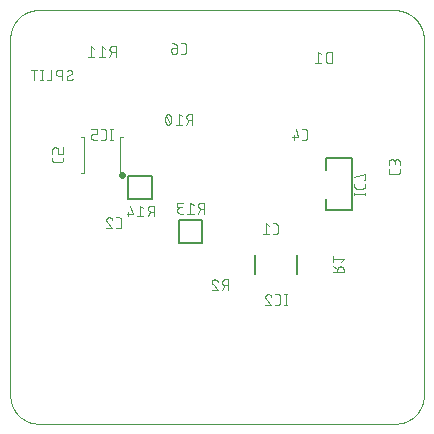
<source format=gbo>
G04 EAGLE Gerber RS-274X export*
G75*
%MOMM*%
%FSLAX35Y35*%
%LPD*%
%INsilk_bottom*%
%IPPOS*%
%AMOC8*
5,1,8,0,0,1.08239X$1,22.5*%
G01*
%ADD10C,0.000000*%
%ADD11C,0.076200*%
%ADD12C,0.101600*%
%ADD13C,0.300000*%
%ADD14C,0.127000*%


D10*
X250000Y0D02*
X3250000Y0D01*
X3500000Y225000D02*
X3500000Y3275000D01*
X3225000Y3500000D02*
X250000Y3500000D01*
X0Y3275000D02*
X0Y225000D01*
X0Y3275000D02*
X371Y3280735D01*
X881Y3286460D01*
X1529Y3292170D01*
X2315Y3297864D01*
X3238Y3303536D01*
X4298Y3309185D01*
X5494Y3314806D01*
X6826Y3320397D01*
X8292Y3325954D01*
X9892Y3331474D01*
X11626Y3336954D01*
X13491Y3342390D01*
X15487Y3347780D01*
X17612Y3353120D01*
X19866Y3358406D01*
X22247Y3363637D01*
X24754Y3368809D01*
X27385Y3373919D01*
X30138Y3378963D01*
X33013Y3383940D01*
X36007Y3388846D01*
X39119Y3393678D01*
X42347Y3398433D01*
X45688Y3403109D01*
X49142Y3407703D01*
X52706Y3412212D01*
X56377Y3416633D01*
X60154Y3420965D01*
X64035Y3425204D01*
X68018Y3429348D01*
X72099Y3433395D01*
X76276Y3437342D01*
X80548Y3441186D01*
X84912Y3444927D01*
X89365Y3448561D01*
X93904Y3452086D01*
X98527Y3455500D01*
X103231Y3458802D01*
X108014Y3461989D01*
X112872Y3465060D01*
X117803Y3468012D01*
X122804Y3470844D01*
X127872Y3473555D01*
X133003Y3476142D01*
X138196Y3478605D01*
X143447Y3480942D01*
X148753Y3483150D01*
X154111Y3485230D01*
X159517Y3487180D01*
X164969Y3488999D01*
X170463Y3490686D01*
X175997Y3492239D01*
X181566Y3493658D01*
X187168Y3494942D01*
X192799Y3496090D01*
X198457Y3497102D01*
X204137Y3497977D01*
X209837Y3498715D01*
X215553Y3499314D01*
X221281Y3499775D01*
X227020Y3500098D01*
X232764Y3500282D01*
X238511Y3500327D01*
X244257Y3500233D01*
X250000Y3500000D01*
X3225000Y3500000D02*
X3231143Y3500538D01*
X3237297Y3500926D01*
X3243459Y3501162D01*
X3249625Y3501247D01*
X3255791Y3501180D01*
X3261953Y3500962D01*
X3268109Y3500594D01*
X3274253Y3500074D01*
X3280383Y3499403D01*
X3286494Y3498582D01*
X3292584Y3497612D01*
X3298648Y3496492D01*
X3304682Y3495224D01*
X3310684Y3493808D01*
X3316649Y3492246D01*
X3322574Y3490537D01*
X3328455Y3488684D01*
X3334289Y3486686D01*
X3340072Y3484546D01*
X3345801Y3482265D01*
X3351472Y3479844D01*
X3357083Y3477285D01*
X3362628Y3474588D01*
X3368106Y3471757D01*
X3373512Y3468792D01*
X3378845Y3465694D01*
X3384099Y3462467D01*
X3389273Y3459113D01*
X3394363Y3455632D01*
X3399366Y3452027D01*
X3404279Y3448300D01*
X3409099Y3444454D01*
X3413823Y3440491D01*
X3418449Y3436414D01*
X3422973Y3432224D01*
X3427393Y3427924D01*
X3431706Y3423517D01*
X3435909Y3419005D01*
X3440001Y3414392D01*
X3443978Y3409679D01*
X3447839Y3404871D01*
X3451580Y3399969D01*
X3455199Y3394977D01*
X3458695Y3389897D01*
X3462066Y3384733D01*
X3465309Y3379489D01*
X3468422Y3374166D01*
X3471403Y3368768D01*
X3474251Y3363299D01*
X3476964Y3357761D01*
X3479540Y3352159D01*
X3481978Y3346495D01*
X3484276Y3340773D01*
X3486433Y3334996D01*
X3488448Y3329168D01*
X3490319Y3323292D01*
X3492045Y3317372D01*
X3493626Y3311412D01*
X3495060Y3305415D01*
X3496346Y3299384D01*
X3497484Y3293323D01*
X3498472Y3287237D01*
X3499311Y3281128D01*
X3500000Y3275000D01*
X3500000Y225000D02*
X3499629Y219265D01*
X3499119Y213540D01*
X3498471Y207830D01*
X3497685Y202136D01*
X3496762Y196464D01*
X3495702Y190815D01*
X3494506Y185194D01*
X3493174Y179603D01*
X3491708Y174046D01*
X3490108Y168526D01*
X3488374Y163046D01*
X3486509Y157610D01*
X3484513Y152220D01*
X3482388Y146880D01*
X3480134Y141594D01*
X3477753Y136363D01*
X3475246Y131191D01*
X3472615Y126081D01*
X3469862Y121037D01*
X3466987Y116060D01*
X3463993Y111154D01*
X3460881Y106322D01*
X3457653Y101567D01*
X3454312Y96891D01*
X3450858Y92297D01*
X3447294Y87788D01*
X3443623Y83367D01*
X3439846Y79035D01*
X3435965Y74796D01*
X3431982Y70652D01*
X3427901Y66605D01*
X3423724Y62658D01*
X3419452Y58814D01*
X3415088Y55073D01*
X3410635Y51439D01*
X3406096Y47914D01*
X3401473Y44500D01*
X3396769Y41198D01*
X3391986Y38011D01*
X3387128Y34940D01*
X3382197Y31988D01*
X3377196Y29156D01*
X3372128Y26445D01*
X3366997Y23858D01*
X3361804Y21395D01*
X3356553Y19058D01*
X3351247Y16850D01*
X3345889Y14770D01*
X3340483Y12820D01*
X3335031Y11001D01*
X3329537Y9314D01*
X3324003Y7761D01*
X3318434Y6342D01*
X3312832Y5058D01*
X3307201Y3910D01*
X3301543Y2898D01*
X3295863Y2023D01*
X3290163Y1285D01*
X3284447Y686D01*
X3278719Y225D01*
X3272980Y-98D01*
X3267236Y-282D01*
X3261489Y-327D01*
X3255743Y-233D01*
X3250000Y0D01*
X250000Y0D02*
X244257Y-233D01*
X238511Y-327D01*
X232764Y-282D01*
X227020Y-98D01*
X221281Y225D01*
X215553Y686D01*
X209837Y1285D01*
X204137Y2023D01*
X198457Y2898D01*
X192799Y3910D01*
X187168Y5058D01*
X181566Y6342D01*
X175997Y7761D01*
X170463Y9314D01*
X164969Y11001D01*
X159517Y12820D01*
X154111Y14770D01*
X148753Y16850D01*
X143447Y19058D01*
X138196Y21395D01*
X133003Y23858D01*
X127872Y26445D01*
X122804Y29156D01*
X117803Y31988D01*
X112872Y34940D01*
X108014Y38011D01*
X103231Y41198D01*
X98527Y44500D01*
X93904Y47914D01*
X89365Y51439D01*
X84912Y55073D01*
X80548Y58814D01*
X76276Y62658D01*
X72099Y66605D01*
X68018Y70652D01*
X64035Y74796D01*
X60154Y79035D01*
X56377Y83367D01*
X52706Y87788D01*
X49142Y92297D01*
X45688Y96891D01*
X42347Y101567D01*
X39119Y106322D01*
X36007Y111154D01*
X33013Y116060D01*
X30138Y121037D01*
X27385Y126081D01*
X24754Y131191D01*
X22247Y136363D01*
X19866Y141594D01*
X17612Y146880D01*
X15487Y152220D01*
X13491Y157610D01*
X11626Y163046D01*
X9892Y168526D01*
X8292Y174046D01*
X6826Y179603D01*
X5494Y185194D01*
X4298Y190815D01*
X3238Y196464D01*
X2315Y202136D01*
X1529Y207830D01*
X881Y213540D01*
X371Y219265D01*
X0Y225000D01*
X3225000Y3500000D02*
X3231143Y3500538D01*
X3237297Y3500926D01*
X3243459Y3501162D01*
X3249625Y3501247D01*
X3255791Y3501180D01*
X3261953Y3500962D01*
X3268109Y3500594D01*
X3274253Y3500074D01*
X3280383Y3499403D01*
X3286494Y3498582D01*
X3292584Y3497612D01*
X3298648Y3496492D01*
X3304682Y3495224D01*
X3310684Y3493808D01*
X3316649Y3492246D01*
X3322574Y3490537D01*
X3328455Y3488684D01*
X3334289Y3486686D01*
X3340072Y3484546D01*
X3345801Y3482265D01*
X3351472Y3479844D01*
X3357083Y3477285D01*
X3362628Y3474588D01*
X3368106Y3471757D01*
X3373512Y3468792D01*
X3378845Y3465694D01*
X3384099Y3462467D01*
X3389273Y3459113D01*
X3394363Y3455632D01*
X3399366Y3452027D01*
X3404279Y3448300D01*
X3409099Y3444454D01*
X3413823Y3440491D01*
X3418449Y3436414D01*
X3422973Y3432224D01*
X3427393Y3427924D01*
X3431706Y3423517D01*
X3435909Y3419005D01*
X3440001Y3414392D01*
X3443978Y3409679D01*
X3447839Y3404871D01*
X3451580Y3399969D01*
X3455199Y3394977D01*
X3458695Y3389897D01*
X3462066Y3384733D01*
X3465309Y3379489D01*
X3468422Y3374166D01*
X3471403Y3368768D01*
X3474251Y3363299D01*
X3476964Y3357761D01*
X3479540Y3352159D01*
X3481978Y3346495D01*
X3484276Y3340773D01*
X3486433Y3334996D01*
X3488448Y3329168D01*
X3490319Y3323292D01*
X3492045Y3317372D01*
X3493626Y3311412D01*
X3495060Y3305415D01*
X3496346Y3299384D01*
X3497484Y3293323D01*
X3498472Y3287237D01*
X3499311Y3281128D01*
X3500000Y3275000D01*
X3500000Y225000D02*
X3499629Y219265D01*
X3499119Y213540D01*
X3498471Y207830D01*
X3497685Y202136D01*
X3496762Y196464D01*
X3495702Y190815D01*
X3494506Y185194D01*
X3493174Y179603D01*
X3491708Y174046D01*
X3490108Y168526D01*
X3488374Y163046D01*
X3486509Y157610D01*
X3484513Y152220D01*
X3482388Y146880D01*
X3480134Y141594D01*
X3477753Y136363D01*
X3475246Y131191D01*
X3472615Y126081D01*
X3469862Y121037D01*
X3466987Y116060D01*
X3463993Y111154D01*
X3460881Y106322D01*
X3457653Y101567D01*
X3454312Y96891D01*
X3450858Y92297D01*
X3447294Y87788D01*
X3443623Y83367D01*
X3439846Y79035D01*
X3435965Y74796D01*
X3431982Y70652D01*
X3427901Y66605D01*
X3423724Y62658D01*
X3419452Y58814D01*
X3415088Y55073D01*
X3410635Y51439D01*
X3406096Y47914D01*
X3401473Y44500D01*
X3396769Y41198D01*
X3391986Y38011D01*
X3387128Y34940D01*
X3382197Y31988D01*
X3377196Y29156D01*
X3372128Y26445D01*
X3366997Y23858D01*
X3361804Y21395D01*
X3356553Y19058D01*
X3351247Y16850D01*
X3345889Y14770D01*
X3340483Y12820D01*
X3335031Y11001D01*
X3329537Y9314D01*
X3324003Y7761D01*
X3318434Y6342D01*
X3312832Y5058D01*
X3307201Y3910D01*
X3301543Y2898D01*
X3295863Y2023D01*
X3290163Y1285D01*
X3284447Y686D01*
X3278719Y225D01*
X3272980Y-98D01*
X3267236Y-282D01*
X3261489Y-327D01*
X3255743Y-233D01*
X3250000Y0D01*
X250000Y0D02*
X244257Y-233D01*
X238511Y-327D01*
X232764Y-282D01*
X227020Y-98D01*
X221281Y225D01*
X215553Y686D01*
X209837Y1285D01*
X204137Y2023D01*
X198457Y2898D01*
X192799Y3910D01*
X187168Y5058D01*
X181566Y6342D01*
X175997Y7761D01*
X170463Y9314D01*
X164969Y11001D01*
X159517Y12820D01*
X154111Y14770D01*
X148753Y16850D01*
X143447Y19058D01*
X138196Y21395D01*
X133003Y23858D01*
X127872Y26445D01*
X122804Y29156D01*
X117803Y31988D01*
X112872Y34940D01*
X108014Y38011D01*
X103231Y41198D01*
X98527Y44500D01*
X93904Y47914D01*
X89365Y51439D01*
X84912Y55073D01*
X80548Y58814D01*
X76276Y62658D01*
X72099Y66605D01*
X68018Y70652D01*
X64035Y74796D01*
X60154Y79035D01*
X56377Y83367D01*
X52706Y87788D01*
X49142Y92297D01*
X45688Y96891D01*
X42347Y101567D01*
X39119Y106322D01*
X36007Y111154D01*
X33013Y116060D01*
X30138Y121037D01*
X27385Y126081D01*
X24754Y131191D01*
X22247Y136363D01*
X19866Y141594D01*
X17612Y146880D01*
X15487Y152220D01*
X13491Y157610D01*
X11626Y163046D01*
X9892Y168526D01*
X8292Y174046D01*
X6826Y179603D01*
X5494Y185194D01*
X4298Y190815D01*
X3238Y196464D01*
X2315Y202136D01*
X1529Y207830D01*
X881Y213540D01*
X371Y219265D01*
X0Y225000D01*
D11*
X1447231Y3128810D02*
X1467760Y3128810D01*
X1468256Y3128816D01*
X1468752Y3128834D01*
X1469247Y3128864D01*
X1469741Y3128906D01*
X1470234Y3128960D01*
X1470726Y3129025D01*
X1471216Y3129103D01*
X1471704Y3129192D01*
X1472190Y3129294D01*
X1472673Y3129407D01*
X1473153Y3129531D01*
X1473630Y3129667D01*
X1474104Y3129815D01*
X1474574Y3129974D01*
X1475040Y3130144D01*
X1475501Y3130326D01*
X1475959Y3130518D01*
X1476411Y3130722D01*
X1476858Y3130936D01*
X1477300Y3131161D01*
X1477737Y3131397D01*
X1478167Y3131644D01*
X1478592Y3131900D01*
X1479010Y3132167D01*
X1479422Y3132444D01*
X1479827Y3132731D01*
X1480224Y3133027D01*
X1480615Y3133333D01*
X1480998Y3133648D01*
X1481373Y3133973D01*
X1481741Y3134306D01*
X1482100Y3134648D01*
X1482451Y3134999D01*
X1482793Y3135358D01*
X1483126Y3135726D01*
X1483451Y3136101D01*
X1483766Y3136484D01*
X1484072Y3136875D01*
X1484368Y3137272D01*
X1484655Y3137677D01*
X1484932Y3138089D01*
X1485199Y3138507D01*
X1485455Y3138932D01*
X1485702Y3139362D01*
X1485938Y3139799D01*
X1486163Y3140241D01*
X1486377Y3140688D01*
X1486581Y3141140D01*
X1486773Y3141598D01*
X1486955Y3142059D01*
X1487125Y3142525D01*
X1487284Y3142995D01*
X1487432Y3143469D01*
X1487568Y3143946D01*
X1487692Y3144426D01*
X1487805Y3144909D01*
X1487907Y3145395D01*
X1487996Y3145883D01*
X1488074Y3146373D01*
X1488139Y3146865D01*
X1488193Y3147358D01*
X1488235Y3147852D01*
X1488265Y3148347D01*
X1488283Y3148843D01*
X1488289Y3149339D01*
X1488288Y3149339D02*
X1488288Y3200661D01*
X1488289Y3200661D02*
X1488283Y3201157D01*
X1488265Y3201653D01*
X1488235Y3202148D01*
X1488193Y3202642D01*
X1488139Y3203135D01*
X1488074Y3203627D01*
X1487996Y3204117D01*
X1487907Y3204605D01*
X1487805Y3205091D01*
X1487692Y3205574D01*
X1487568Y3206054D01*
X1487432Y3206531D01*
X1487284Y3207005D01*
X1487125Y3207475D01*
X1486955Y3207941D01*
X1486773Y3208402D01*
X1486581Y3208860D01*
X1486377Y3209312D01*
X1486163Y3209759D01*
X1485938Y3210201D01*
X1485702Y3210638D01*
X1485455Y3211068D01*
X1485199Y3211493D01*
X1484932Y3211911D01*
X1484655Y3212323D01*
X1484368Y3212728D01*
X1484072Y3213125D01*
X1483766Y3213516D01*
X1483451Y3213899D01*
X1483126Y3214274D01*
X1482793Y3214642D01*
X1482451Y3215001D01*
X1482100Y3215352D01*
X1481741Y3215694D01*
X1481373Y3216027D01*
X1480998Y3216352D01*
X1480615Y3216667D01*
X1480224Y3216973D01*
X1479827Y3217269D01*
X1479422Y3217556D01*
X1479010Y3217833D01*
X1478592Y3218100D01*
X1478167Y3218356D01*
X1477737Y3218603D01*
X1477300Y3218839D01*
X1476858Y3219064D01*
X1476411Y3219278D01*
X1475959Y3219482D01*
X1475501Y3219674D01*
X1475040Y3219856D01*
X1474574Y3220026D01*
X1474104Y3220185D01*
X1473630Y3220333D01*
X1473153Y3220469D01*
X1472673Y3220593D01*
X1472190Y3220706D01*
X1471704Y3220808D01*
X1471216Y3220897D01*
X1470726Y3220975D01*
X1470234Y3221040D01*
X1469741Y3221094D01*
X1469247Y3221136D01*
X1468752Y3221166D01*
X1468256Y3221184D01*
X1467760Y3221190D01*
X1447231Y3221190D01*
X1413034Y3180132D02*
X1382241Y3180132D01*
X1381737Y3180126D01*
X1381234Y3180107D01*
X1380731Y3180076D01*
X1380229Y3180033D01*
X1379728Y3179978D01*
X1379229Y3179910D01*
X1378731Y3179830D01*
X1378236Y3179738D01*
X1377743Y3179633D01*
X1377253Y3179517D01*
X1376766Y3179388D01*
X1376282Y3179248D01*
X1375801Y3179096D01*
X1375325Y3178932D01*
X1374853Y3178756D01*
X1374385Y3178569D01*
X1373922Y3178371D01*
X1373464Y3178161D01*
X1373011Y3177940D01*
X1372564Y3177708D01*
X1372122Y3177465D01*
X1371687Y3177211D01*
X1371258Y3176947D01*
X1370836Y3176672D01*
X1370420Y3176387D01*
X1370012Y3176092D01*
X1369611Y3175787D01*
X1369218Y3175472D01*
X1368832Y3175148D01*
X1368455Y3174814D01*
X1368086Y3174471D01*
X1367725Y3174119D01*
X1367373Y3173759D01*
X1367030Y3173390D01*
X1366696Y3173012D01*
X1366372Y3172627D01*
X1366057Y3172233D01*
X1365752Y3171832D01*
X1365457Y3171424D01*
X1365172Y3171008D01*
X1364897Y3170586D01*
X1364633Y3170157D01*
X1364379Y3169722D01*
X1364136Y3169280D01*
X1363904Y3168833D01*
X1363683Y3168380D01*
X1363473Y3167922D01*
X1363275Y3167459D01*
X1363088Y3166992D01*
X1362912Y3166519D01*
X1362748Y3166043D01*
X1362596Y3165562D01*
X1362456Y3165079D01*
X1362327Y3164591D01*
X1362211Y3164101D01*
X1362107Y3163608D01*
X1362014Y3163113D01*
X1361934Y3162616D01*
X1361866Y3162116D01*
X1361811Y3161615D01*
X1361768Y3161114D01*
X1361737Y3160611D01*
X1361718Y3160107D01*
X1361712Y3159603D01*
X1361712Y3154471D01*
X1361720Y3153846D01*
X1361742Y3153222D01*
X1361780Y3152598D01*
X1361834Y3151975D01*
X1361902Y3151354D01*
X1361985Y3150735D01*
X1362084Y3150118D01*
X1362197Y3149503D01*
X1362326Y3148892D01*
X1362469Y3148283D01*
X1362627Y3147679D01*
X1362800Y3147078D01*
X1362987Y3146482D01*
X1363189Y3145890D01*
X1363405Y3145304D01*
X1363636Y3144723D01*
X1363880Y3144148D01*
X1364138Y3143579D01*
X1364410Y3143016D01*
X1364696Y3142461D01*
X1364995Y3141912D01*
X1365308Y3141371D01*
X1365633Y3140837D01*
X1365972Y3140312D01*
X1366323Y3139795D01*
X1366687Y3139287D01*
X1367062Y3138788D01*
X1367450Y3138298D01*
X1367850Y3137817D01*
X1368261Y3137347D01*
X1368684Y3136887D01*
X1369118Y3136437D01*
X1369562Y3135998D01*
X1370017Y3135569D01*
X1370483Y3135152D01*
X1370958Y3134747D01*
X1371444Y3134353D01*
X1371938Y3133971D01*
X1372442Y3133601D01*
X1372955Y3133244D01*
X1373476Y3132899D01*
X1374005Y3132567D01*
X1374543Y3132248D01*
X1375087Y3131942D01*
X1375640Y3131650D01*
X1376199Y3131371D01*
X1376765Y3131105D01*
X1377337Y3130854D01*
X1377915Y3130617D01*
X1378499Y3130393D01*
X1379088Y3130184D01*
X1379681Y3129990D01*
X1380280Y3129810D01*
X1380882Y3129644D01*
X1381489Y3129494D01*
X1382099Y3129358D01*
X1382712Y3129237D01*
X1383328Y3129131D01*
X1383946Y3129040D01*
X1384566Y3128964D01*
X1385188Y3128903D01*
X1385812Y3128858D01*
X1386436Y3128827D01*
X1387061Y3128812D01*
X1387685Y3128812D01*
X1388310Y3128827D01*
X1388934Y3128858D01*
X1389558Y3128903D01*
X1390180Y3128964D01*
X1390800Y3129040D01*
X1391418Y3129131D01*
X1392034Y3129237D01*
X1392647Y3129358D01*
X1393257Y3129494D01*
X1393864Y3129644D01*
X1394466Y3129810D01*
X1395065Y3129990D01*
X1395658Y3130184D01*
X1396247Y3130393D01*
X1396831Y3130617D01*
X1397409Y3130854D01*
X1397981Y3131105D01*
X1398547Y3131371D01*
X1399106Y3131650D01*
X1399659Y3131942D01*
X1400204Y3132248D01*
X1400741Y3132567D01*
X1401270Y3132899D01*
X1401791Y3133244D01*
X1402304Y3133601D01*
X1402808Y3133971D01*
X1403302Y3134353D01*
X1403788Y3134747D01*
X1404263Y3135152D01*
X1404729Y3135569D01*
X1405184Y3135998D01*
X1405628Y3136437D01*
X1406062Y3136887D01*
X1406485Y3137347D01*
X1406896Y3137817D01*
X1407296Y3138298D01*
X1407684Y3138788D01*
X1408059Y3139287D01*
X1408423Y3139795D01*
X1408774Y3140312D01*
X1409113Y3140837D01*
X1409438Y3141371D01*
X1409751Y3141912D01*
X1410050Y3142461D01*
X1410336Y3143016D01*
X1410608Y3143579D01*
X1410866Y3144148D01*
X1411110Y3144723D01*
X1411341Y3145304D01*
X1411557Y3145890D01*
X1411759Y3146482D01*
X1411946Y3147078D01*
X1412119Y3147679D01*
X1412277Y3148283D01*
X1412420Y3148892D01*
X1412549Y3149503D01*
X1412662Y3150118D01*
X1412761Y3150735D01*
X1412844Y3151354D01*
X1412912Y3151975D01*
X1412966Y3152598D01*
X1413004Y3153222D01*
X1413026Y3153846D01*
X1413034Y3154471D01*
X1413034Y3180132D01*
X1413022Y3181124D01*
X1412986Y3182116D01*
X1412926Y3183106D01*
X1412842Y3184095D01*
X1412735Y3185081D01*
X1412603Y3186064D01*
X1412448Y3187044D01*
X1412269Y3188020D01*
X1412067Y3188992D01*
X1411841Y3189958D01*
X1411592Y3190918D01*
X1411320Y3191872D01*
X1411024Y3192820D01*
X1410706Y3193759D01*
X1410366Y3194691D01*
X1410003Y3195615D01*
X1409618Y3196529D01*
X1409210Y3197434D01*
X1408781Y3198329D01*
X1408331Y3199213D01*
X1407859Y3200086D01*
X1407367Y3200947D01*
X1406853Y3201796D01*
X1406320Y3202632D01*
X1405766Y3203456D01*
X1405193Y3204265D01*
X1404600Y3205061D01*
X1403988Y3205842D01*
X1403357Y3206608D01*
X1402708Y3207358D01*
X1402041Y3208093D01*
X1401357Y3208811D01*
X1400655Y3209513D01*
X1399937Y3210197D01*
X1399202Y3210864D01*
X1398452Y3211513D01*
X1397686Y3212144D01*
X1396905Y3212756D01*
X1396109Y3213349D01*
X1395300Y3213922D01*
X1394476Y3214476D01*
X1393640Y3215009D01*
X1392791Y3215523D01*
X1391930Y3216015D01*
X1391057Y3216487D01*
X1390173Y3216937D01*
X1389278Y3217366D01*
X1388373Y3217774D01*
X1387459Y3218159D01*
X1386535Y3218522D01*
X1385603Y3218862D01*
X1384664Y3219180D01*
X1383716Y3219476D01*
X1382762Y3219748D01*
X1381802Y3219997D01*
X1380836Y3220223D01*
X1379864Y3220425D01*
X1378888Y3220604D01*
X1377908Y3220759D01*
X1376925Y3220891D01*
X1375939Y3220998D01*
X1374950Y3221082D01*
X1373960Y3221142D01*
X1372968Y3221178D01*
X1371976Y3221190D01*
X353810Y2252769D02*
X353810Y2232240D01*
X353816Y2231744D01*
X353834Y2231248D01*
X353864Y2230753D01*
X353906Y2230259D01*
X353960Y2229766D01*
X354025Y2229274D01*
X354103Y2228784D01*
X354192Y2228296D01*
X354294Y2227810D01*
X354407Y2227327D01*
X354531Y2226847D01*
X354667Y2226370D01*
X354815Y2225896D01*
X354974Y2225426D01*
X355144Y2224960D01*
X355326Y2224499D01*
X355518Y2224041D01*
X355722Y2223589D01*
X355936Y2223142D01*
X356161Y2222700D01*
X356397Y2222263D01*
X356644Y2221833D01*
X356900Y2221408D01*
X357167Y2220990D01*
X357444Y2220578D01*
X357731Y2220173D01*
X358027Y2219776D01*
X358333Y2219385D01*
X358648Y2219002D01*
X358973Y2218627D01*
X359306Y2218259D01*
X359648Y2217900D01*
X359999Y2217549D01*
X360358Y2217207D01*
X360726Y2216874D01*
X361101Y2216549D01*
X361484Y2216234D01*
X361875Y2215928D01*
X362272Y2215632D01*
X362677Y2215345D01*
X363089Y2215068D01*
X363507Y2214801D01*
X363932Y2214545D01*
X364362Y2214298D01*
X364799Y2214062D01*
X365241Y2213837D01*
X365688Y2213623D01*
X366140Y2213419D01*
X366598Y2213227D01*
X367059Y2213045D01*
X367525Y2212875D01*
X367995Y2212716D01*
X368469Y2212568D01*
X368946Y2212432D01*
X369426Y2212308D01*
X369909Y2212195D01*
X370395Y2212093D01*
X370883Y2212004D01*
X371373Y2211926D01*
X371865Y2211861D01*
X372358Y2211807D01*
X372852Y2211765D01*
X373347Y2211735D01*
X373843Y2211717D01*
X374339Y2211711D01*
X374339Y2211712D02*
X425661Y2211712D01*
X426165Y2211718D01*
X426668Y2211737D01*
X427171Y2211768D01*
X427673Y2211811D01*
X428174Y2211866D01*
X428673Y2211934D01*
X429171Y2212014D01*
X429666Y2212106D01*
X430159Y2212211D01*
X430649Y2212327D01*
X431136Y2212456D01*
X431620Y2212596D01*
X432101Y2212748D01*
X432577Y2212912D01*
X433049Y2213088D01*
X433517Y2213275D01*
X433980Y2213473D01*
X434438Y2213683D01*
X434891Y2213904D01*
X435338Y2214136D01*
X435780Y2214379D01*
X436215Y2214633D01*
X436644Y2214897D01*
X437066Y2215172D01*
X437482Y2215457D01*
X437890Y2215752D01*
X438291Y2216057D01*
X438684Y2216372D01*
X439070Y2216696D01*
X439447Y2217030D01*
X439816Y2217373D01*
X440177Y2217725D01*
X440529Y2218085D01*
X440872Y2218454D01*
X441206Y2218832D01*
X441530Y2219217D01*
X441845Y2219611D01*
X442150Y2220012D01*
X442445Y2220420D01*
X442730Y2220836D01*
X443005Y2221258D01*
X443269Y2221687D01*
X443523Y2222122D01*
X443766Y2222564D01*
X443998Y2223011D01*
X444219Y2223464D01*
X444429Y2223922D01*
X444627Y2224385D01*
X444814Y2224852D01*
X444990Y2225325D01*
X445154Y2225801D01*
X445306Y2226282D01*
X445446Y2226765D01*
X445575Y2227253D01*
X445691Y2227743D01*
X445795Y2228236D01*
X445888Y2228731D01*
X445968Y2229228D01*
X446036Y2229728D01*
X446091Y2230229D01*
X446134Y2230730D01*
X446165Y2231233D01*
X446184Y2231737D01*
X446190Y2232241D01*
X446190Y2232240D02*
X446190Y2252769D01*
X353810Y2286966D02*
X353810Y2317759D01*
X353816Y2318263D01*
X353835Y2318766D01*
X353866Y2319269D01*
X353909Y2319771D01*
X353964Y2320272D01*
X354032Y2320771D01*
X354112Y2321269D01*
X354204Y2321764D01*
X354309Y2322257D01*
X354425Y2322747D01*
X354554Y2323234D01*
X354694Y2323718D01*
X354846Y2324199D01*
X355010Y2324675D01*
X355186Y2325147D01*
X355373Y2325615D01*
X355571Y2326078D01*
X355781Y2326536D01*
X356002Y2326989D01*
X356234Y2327436D01*
X356477Y2327878D01*
X356731Y2328313D01*
X356995Y2328742D01*
X357270Y2329164D01*
X357555Y2329580D01*
X357850Y2329988D01*
X358155Y2330389D01*
X358470Y2330782D01*
X358794Y2331168D01*
X359128Y2331545D01*
X359471Y2331914D01*
X359823Y2332275D01*
X360183Y2332627D01*
X360552Y2332970D01*
X360930Y2333304D01*
X361315Y2333628D01*
X361709Y2333943D01*
X362110Y2334248D01*
X362518Y2334543D01*
X362934Y2334828D01*
X363356Y2335103D01*
X363785Y2335367D01*
X364220Y2335621D01*
X364662Y2335864D01*
X365109Y2336096D01*
X365562Y2336317D01*
X366020Y2336527D01*
X366483Y2336725D01*
X366950Y2336912D01*
X367423Y2337088D01*
X367899Y2337252D01*
X368380Y2337404D01*
X368863Y2337544D01*
X369351Y2337673D01*
X369841Y2337789D01*
X370334Y2337893D01*
X370829Y2337986D01*
X371326Y2338066D01*
X371826Y2338134D01*
X372327Y2338189D01*
X372828Y2338232D01*
X373331Y2338263D01*
X373835Y2338282D01*
X374339Y2338288D01*
X384603Y2338288D01*
X385099Y2338282D01*
X385595Y2338264D01*
X386090Y2338234D01*
X386584Y2338192D01*
X387077Y2338138D01*
X387569Y2338073D01*
X388059Y2337995D01*
X388547Y2337906D01*
X389033Y2337804D01*
X389516Y2337691D01*
X389996Y2337567D01*
X390473Y2337431D01*
X390947Y2337283D01*
X391417Y2337124D01*
X391883Y2336954D01*
X392344Y2336772D01*
X392802Y2336580D01*
X393254Y2336376D01*
X393701Y2336162D01*
X394143Y2335937D01*
X394580Y2335701D01*
X395010Y2335454D01*
X395435Y2335198D01*
X395853Y2334931D01*
X396265Y2334654D01*
X396670Y2334367D01*
X397067Y2334071D01*
X397458Y2333765D01*
X397841Y2333450D01*
X398216Y2333125D01*
X398584Y2332792D01*
X398943Y2332450D01*
X399294Y2332099D01*
X399636Y2331740D01*
X399969Y2331372D01*
X400294Y2330997D01*
X400609Y2330614D01*
X400915Y2330223D01*
X401211Y2329826D01*
X401498Y2329421D01*
X401775Y2329009D01*
X402042Y2328591D01*
X402298Y2328166D01*
X402545Y2327736D01*
X402781Y2327299D01*
X403006Y2326857D01*
X403220Y2326410D01*
X403424Y2325958D01*
X403616Y2325500D01*
X403798Y2325039D01*
X403968Y2324573D01*
X404127Y2324103D01*
X404275Y2323629D01*
X404411Y2323152D01*
X404535Y2322672D01*
X404648Y2322189D01*
X404750Y2321703D01*
X404839Y2321215D01*
X404917Y2320725D01*
X404982Y2320233D01*
X405036Y2319740D01*
X405078Y2319246D01*
X405108Y2318751D01*
X405126Y2318255D01*
X405132Y2317759D01*
X405132Y2286966D01*
X446190Y2286966D01*
X446190Y2338288D01*
X2222231Y1603810D02*
X2242760Y1603810D01*
X2243256Y1603816D01*
X2243752Y1603834D01*
X2244247Y1603864D01*
X2244741Y1603906D01*
X2245234Y1603960D01*
X2245726Y1604025D01*
X2246216Y1604103D01*
X2246704Y1604192D01*
X2247190Y1604294D01*
X2247673Y1604407D01*
X2248153Y1604531D01*
X2248630Y1604667D01*
X2249104Y1604815D01*
X2249574Y1604974D01*
X2250040Y1605144D01*
X2250501Y1605326D01*
X2250959Y1605518D01*
X2251411Y1605722D01*
X2251858Y1605936D01*
X2252300Y1606161D01*
X2252737Y1606397D01*
X2253167Y1606644D01*
X2253592Y1606900D01*
X2254010Y1607167D01*
X2254422Y1607444D01*
X2254827Y1607731D01*
X2255224Y1608027D01*
X2255615Y1608333D01*
X2255998Y1608648D01*
X2256373Y1608973D01*
X2256741Y1609306D01*
X2257100Y1609648D01*
X2257451Y1609999D01*
X2257793Y1610358D01*
X2258126Y1610726D01*
X2258451Y1611101D01*
X2258766Y1611484D01*
X2259072Y1611875D01*
X2259368Y1612272D01*
X2259655Y1612677D01*
X2259932Y1613089D01*
X2260199Y1613507D01*
X2260455Y1613932D01*
X2260702Y1614362D01*
X2260938Y1614799D01*
X2261163Y1615241D01*
X2261377Y1615688D01*
X2261581Y1616140D01*
X2261773Y1616598D01*
X2261955Y1617059D01*
X2262125Y1617525D01*
X2262284Y1617995D01*
X2262432Y1618469D01*
X2262568Y1618946D01*
X2262692Y1619426D01*
X2262805Y1619909D01*
X2262907Y1620395D01*
X2262996Y1620883D01*
X2263074Y1621373D01*
X2263139Y1621865D01*
X2263193Y1622358D01*
X2263235Y1622852D01*
X2263265Y1623347D01*
X2263283Y1623843D01*
X2263289Y1624339D01*
X2263288Y1624339D02*
X2263288Y1675661D01*
X2263289Y1675661D02*
X2263283Y1676157D01*
X2263265Y1676653D01*
X2263235Y1677148D01*
X2263193Y1677642D01*
X2263139Y1678135D01*
X2263074Y1678627D01*
X2262996Y1679117D01*
X2262907Y1679605D01*
X2262805Y1680091D01*
X2262692Y1680574D01*
X2262568Y1681054D01*
X2262432Y1681531D01*
X2262284Y1682005D01*
X2262125Y1682475D01*
X2261955Y1682941D01*
X2261773Y1683402D01*
X2261581Y1683860D01*
X2261377Y1684312D01*
X2261163Y1684759D01*
X2260938Y1685201D01*
X2260702Y1685638D01*
X2260455Y1686068D01*
X2260199Y1686493D01*
X2259932Y1686911D01*
X2259655Y1687323D01*
X2259368Y1687728D01*
X2259072Y1688125D01*
X2258766Y1688516D01*
X2258451Y1688899D01*
X2258126Y1689274D01*
X2257793Y1689642D01*
X2257451Y1690001D01*
X2257100Y1690352D01*
X2256741Y1690694D01*
X2256373Y1691027D01*
X2255998Y1691352D01*
X2255615Y1691667D01*
X2255224Y1691973D01*
X2254827Y1692269D01*
X2254422Y1692556D01*
X2254010Y1692833D01*
X2253592Y1693100D01*
X2253167Y1693356D01*
X2252737Y1693603D01*
X2252300Y1693839D01*
X2251858Y1694064D01*
X2251411Y1694278D01*
X2250959Y1694482D01*
X2250501Y1694674D01*
X2250040Y1694856D01*
X2249574Y1695026D01*
X2249104Y1695185D01*
X2248630Y1695333D01*
X2248153Y1695469D01*
X2247673Y1695593D01*
X2247190Y1695706D01*
X2246704Y1695808D01*
X2246216Y1695897D01*
X2245726Y1695975D01*
X2245234Y1696040D01*
X2244741Y1696094D01*
X2244247Y1696136D01*
X2243752Y1696166D01*
X2243256Y1696184D01*
X2242760Y1696190D01*
X2222231Y1696190D01*
X2188034Y1675661D02*
X2162373Y1696190D01*
X2162373Y1603810D01*
X2188034Y1603810D02*
X2136712Y1603810D01*
X917760Y1653810D02*
X897231Y1653810D01*
X917760Y1653810D02*
X918256Y1653816D01*
X918752Y1653834D01*
X919247Y1653864D01*
X919741Y1653906D01*
X920234Y1653960D01*
X920726Y1654025D01*
X921216Y1654103D01*
X921704Y1654192D01*
X922190Y1654294D01*
X922673Y1654407D01*
X923153Y1654531D01*
X923630Y1654667D01*
X924104Y1654815D01*
X924574Y1654974D01*
X925040Y1655144D01*
X925501Y1655326D01*
X925959Y1655518D01*
X926411Y1655722D01*
X926858Y1655936D01*
X927300Y1656161D01*
X927737Y1656397D01*
X928167Y1656644D01*
X928592Y1656900D01*
X929010Y1657167D01*
X929422Y1657444D01*
X929827Y1657731D01*
X930224Y1658027D01*
X930615Y1658333D01*
X930998Y1658648D01*
X931373Y1658973D01*
X931741Y1659306D01*
X932100Y1659648D01*
X932451Y1659999D01*
X932793Y1660358D01*
X933126Y1660726D01*
X933451Y1661101D01*
X933766Y1661484D01*
X934072Y1661875D01*
X934368Y1662272D01*
X934655Y1662677D01*
X934932Y1663089D01*
X935199Y1663507D01*
X935455Y1663932D01*
X935702Y1664362D01*
X935938Y1664799D01*
X936163Y1665241D01*
X936377Y1665688D01*
X936581Y1666140D01*
X936773Y1666598D01*
X936955Y1667059D01*
X937125Y1667525D01*
X937284Y1667995D01*
X937432Y1668469D01*
X937568Y1668946D01*
X937692Y1669426D01*
X937805Y1669909D01*
X937907Y1670395D01*
X937996Y1670883D01*
X938074Y1671373D01*
X938139Y1671865D01*
X938193Y1672358D01*
X938235Y1672852D01*
X938265Y1673347D01*
X938283Y1673843D01*
X938289Y1674339D01*
X938288Y1674339D02*
X938288Y1725661D01*
X938289Y1725661D02*
X938283Y1726157D01*
X938265Y1726653D01*
X938235Y1727148D01*
X938193Y1727642D01*
X938139Y1728135D01*
X938074Y1728627D01*
X937996Y1729117D01*
X937907Y1729605D01*
X937805Y1730091D01*
X937692Y1730574D01*
X937568Y1731054D01*
X937432Y1731531D01*
X937284Y1732005D01*
X937125Y1732475D01*
X936955Y1732941D01*
X936773Y1733402D01*
X936581Y1733860D01*
X936377Y1734312D01*
X936163Y1734759D01*
X935938Y1735201D01*
X935702Y1735638D01*
X935455Y1736068D01*
X935199Y1736493D01*
X934932Y1736911D01*
X934655Y1737323D01*
X934368Y1737728D01*
X934072Y1738125D01*
X933766Y1738516D01*
X933451Y1738899D01*
X933126Y1739274D01*
X932793Y1739642D01*
X932451Y1740001D01*
X932100Y1740352D01*
X931741Y1740694D01*
X931373Y1741027D01*
X930998Y1741352D01*
X930615Y1741667D01*
X930224Y1741973D01*
X929827Y1742269D01*
X929422Y1742556D01*
X929010Y1742833D01*
X928592Y1743100D01*
X928167Y1743356D01*
X927737Y1743603D01*
X927300Y1743839D01*
X926858Y1744064D01*
X926411Y1744278D01*
X925959Y1744482D01*
X925501Y1744674D01*
X925040Y1744856D01*
X924574Y1745026D01*
X924104Y1745185D01*
X923630Y1745333D01*
X923153Y1745469D01*
X922673Y1745593D01*
X922190Y1745706D01*
X921704Y1745808D01*
X921216Y1745897D01*
X920726Y1745975D01*
X920234Y1746040D01*
X919741Y1746094D01*
X919247Y1746136D01*
X918752Y1746166D01*
X918256Y1746184D01*
X917760Y1746190D01*
X897231Y1746190D01*
X834807Y1746190D02*
X834240Y1746183D01*
X833673Y1746162D01*
X833108Y1746127D01*
X832543Y1746079D01*
X831980Y1746016D01*
X831418Y1745940D01*
X830858Y1745850D01*
X830301Y1745746D01*
X829747Y1745629D01*
X829195Y1745498D01*
X828647Y1745353D01*
X828103Y1745195D01*
X827562Y1745024D01*
X827026Y1744840D01*
X826495Y1744642D01*
X825969Y1744432D01*
X825448Y1744209D01*
X824932Y1743973D01*
X824423Y1743724D01*
X823920Y1743463D01*
X823423Y1743190D01*
X822934Y1742904D01*
X822451Y1742607D01*
X821976Y1742298D01*
X821509Y1741977D01*
X821049Y1741645D01*
X820598Y1741302D01*
X820156Y1740948D01*
X819722Y1740583D01*
X819297Y1740207D01*
X818882Y1739821D01*
X818476Y1739426D01*
X818080Y1739020D01*
X817695Y1738605D01*
X817319Y1738180D01*
X816954Y1737746D01*
X816600Y1737304D01*
X816257Y1736853D01*
X815925Y1736393D01*
X815604Y1735926D01*
X815295Y1735451D01*
X814998Y1734968D01*
X814712Y1734478D01*
X814439Y1733982D01*
X814178Y1733479D01*
X813929Y1732969D01*
X813693Y1732454D01*
X813470Y1731933D01*
X813260Y1731407D01*
X813062Y1730875D01*
X812878Y1730339D01*
X812706Y1729799D01*
X812549Y1729255D01*
X812404Y1728707D01*
X812273Y1728155D01*
X812156Y1727601D01*
X812052Y1727043D01*
X811962Y1726484D01*
X811886Y1725922D01*
X811823Y1725359D01*
X811775Y1724794D01*
X811740Y1724228D01*
X811719Y1723662D01*
X811712Y1723095D01*
X834807Y1746190D02*
X835524Y1746181D01*
X836241Y1746155D01*
X836958Y1746112D01*
X837673Y1746051D01*
X838386Y1745973D01*
X839097Y1745878D01*
X839806Y1745766D01*
X840512Y1745636D01*
X841214Y1745490D01*
X841913Y1745327D01*
X842607Y1745146D01*
X843297Y1744949D01*
X843982Y1744736D01*
X844662Y1744506D01*
X845336Y1744259D01*
X846003Y1743996D01*
X846665Y1743718D01*
X847319Y1743423D01*
X847966Y1743112D01*
X848605Y1742786D01*
X849236Y1742445D01*
X849859Y1742089D01*
X850473Y1741717D01*
X851078Y1741331D01*
X851673Y1740930D01*
X852258Y1740515D01*
X852833Y1740086D01*
X853398Y1739643D01*
X853952Y1739187D01*
X854494Y1738717D01*
X855025Y1738235D01*
X855545Y1737739D01*
X856052Y1737232D01*
X856546Y1736712D01*
X857028Y1736180D01*
X857497Y1735637D01*
X857953Y1735083D01*
X858395Y1734518D01*
X858823Y1733942D01*
X859238Y1733356D01*
X859638Y1732760D01*
X860023Y1732155D01*
X860394Y1731541D01*
X860750Y1730918D01*
X861090Y1730286D01*
X861415Y1729646D01*
X861725Y1728999D01*
X862019Y1728345D01*
X862297Y1727683D01*
X862559Y1727015D01*
X862804Y1726341D01*
X863034Y1725661D01*
X819410Y1705132D02*
X818974Y1705557D01*
X818549Y1705993D01*
X818135Y1706439D01*
X817732Y1706895D01*
X817340Y1707361D01*
X816959Y1707836D01*
X816591Y1708321D01*
X816234Y1708814D01*
X815890Y1709316D01*
X815558Y1709826D01*
X815239Y1710345D01*
X814932Y1710870D01*
X814639Y1711404D01*
X814359Y1711944D01*
X814092Y1712491D01*
X813838Y1713045D01*
X813599Y1713604D01*
X813373Y1714169D01*
X813161Y1714740D01*
X812963Y1715315D01*
X812779Y1715896D01*
X812609Y1716480D01*
X812454Y1717069D01*
X812314Y1717661D01*
X812187Y1718257D01*
X812076Y1718855D01*
X811979Y1719456D01*
X811897Y1720059D01*
X811830Y1720664D01*
X811778Y1721271D01*
X811741Y1721878D01*
X811718Y1722486D01*
X811711Y1723095D01*
X819410Y1705132D02*
X863034Y1653810D01*
X811712Y1653810D01*
X2722161Y3053810D02*
X2722161Y3146190D01*
X2696500Y3146190D01*
X2695880Y3146183D01*
X2695260Y3146160D01*
X2694641Y3146123D01*
X2694023Y3146070D01*
X2693407Y3146003D01*
X2692792Y3145921D01*
X2692180Y3145824D01*
X2691570Y3145712D01*
X2690963Y3145585D01*
X2690359Y3145444D01*
X2689759Y3145289D01*
X2689162Y3145119D01*
X2688570Y3144934D01*
X2687983Y3144735D01*
X2687400Y3144522D01*
X2686823Y3144296D01*
X2686252Y3144055D01*
X2685686Y3143800D01*
X2685127Y3143532D01*
X2684575Y3143251D01*
X2684029Y3142956D01*
X2683491Y3142648D01*
X2682960Y3142327D01*
X2682437Y3141994D01*
X2681923Y3141648D01*
X2681417Y3141289D01*
X2680920Y3140919D01*
X2680431Y3140536D01*
X2679953Y3140142D01*
X2679484Y3139737D01*
X2679024Y3139320D01*
X2678575Y3138892D01*
X2678137Y3138454D01*
X2677709Y3138005D01*
X2677292Y3137545D01*
X2676887Y3137076D01*
X2676493Y3136598D01*
X2676110Y3136109D01*
X2675740Y3135612D01*
X2675381Y3135106D01*
X2675035Y3134592D01*
X2674702Y3134069D01*
X2674381Y3133538D01*
X2674073Y3133000D01*
X2673778Y3132454D01*
X2673497Y3131902D01*
X2673229Y3131343D01*
X2672974Y3130777D01*
X2672733Y3130206D01*
X2672507Y3129629D01*
X2672294Y3129046D01*
X2672095Y3128459D01*
X2671910Y3127867D01*
X2671740Y3127270D01*
X2671585Y3126670D01*
X2671444Y3126066D01*
X2671317Y3125459D01*
X2671205Y3124849D01*
X2671108Y3124237D01*
X2671026Y3123622D01*
X2670959Y3123006D01*
X2670906Y3122388D01*
X2670869Y3121769D01*
X2670846Y3121149D01*
X2670839Y3120529D01*
X2670839Y3079471D01*
X2670846Y3078851D01*
X2670869Y3078231D01*
X2670906Y3077612D01*
X2670959Y3076994D01*
X2671026Y3076378D01*
X2671108Y3075763D01*
X2671205Y3075151D01*
X2671317Y3074541D01*
X2671444Y3073934D01*
X2671585Y3073330D01*
X2671740Y3072730D01*
X2671910Y3072133D01*
X2672095Y3071541D01*
X2672294Y3070954D01*
X2672507Y3070371D01*
X2672733Y3069794D01*
X2672974Y3069223D01*
X2673229Y3068657D01*
X2673497Y3068098D01*
X2673778Y3067546D01*
X2674073Y3067000D01*
X2674381Y3066462D01*
X2674702Y3065931D01*
X2675035Y3065408D01*
X2675381Y3064894D01*
X2675740Y3064388D01*
X2676110Y3063891D01*
X2676493Y3063402D01*
X2676887Y3062924D01*
X2677292Y3062455D01*
X2677709Y3061995D01*
X2678137Y3061546D01*
X2678575Y3061108D01*
X2679024Y3060680D01*
X2679484Y3060263D01*
X2679953Y3059858D01*
X2680431Y3059464D01*
X2680920Y3059081D01*
X2681417Y3058711D01*
X2681923Y3058352D01*
X2682437Y3058006D01*
X2682960Y3057673D01*
X2683491Y3057352D01*
X2684029Y3057044D01*
X2684575Y3056749D01*
X2685127Y3056468D01*
X2685686Y3056200D01*
X2686252Y3055945D01*
X2686823Y3055704D01*
X2687400Y3055478D01*
X2687983Y3055265D01*
X2688570Y3055066D01*
X2689162Y3054881D01*
X2689759Y3054711D01*
X2690359Y3054556D01*
X2690963Y3054415D01*
X2691570Y3054288D01*
X2692180Y3054176D01*
X2692792Y3054079D01*
X2693407Y3053997D01*
X2694023Y3053930D01*
X2694641Y3053877D01*
X2695260Y3053840D01*
X2695880Y3053817D01*
X2696500Y3053810D01*
X2722161Y3053810D01*
X2629161Y3125661D02*
X2603500Y3146190D01*
X2603500Y3053810D01*
X2629161Y3053810D02*
X2577839Y3053810D01*
D12*
X625000Y2425000D02*
X625000Y2125000D01*
X925000Y2125000D02*
X925000Y2425000D01*
D13*
X940000Y2100000D02*
X940003Y2100245D01*
X940012Y2100491D01*
X940027Y2100736D01*
X940048Y2100980D01*
X940075Y2101224D01*
X940108Y2101467D01*
X940147Y2101710D01*
X940192Y2101951D01*
X940243Y2102191D01*
X940300Y2102430D01*
X940362Y2102667D01*
X940431Y2102903D01*
X940505Y2103137D01*
X940585Y2103369D01*
X940670Y2103599D01*
X940761Y2103827D01*
X940858Y2104052D01*
X940960Y2104276D01*
X941068Y2104496D01*
X941181Y2104714D01*
X941299Y2104929D01*
X941423Y2105141D01*
X941551Y2105350D01*
X941685Y2105556D01*
X941824Y2105758D01*
X941968Y2105957D01*
X942117Y2106152D01*
X942270Y2106344D01*
X942428Y2106532D01*
X942590Y2106716D01*
X942758Y2106895D01*
X942929Y2107071D01*
X943105Y2107242D01*
X943284Y2107410D01*
X943468Y2107572D01*
X943656Y2107730D01*
X943848Y2107883D01*
X944043Y2108032D01*
X944242Y2108176D01*
X944444Y2108315D01*
X944650Y2108449D01*
X944859Y2108577D01*
X945071Y2108701D01*
X945286Y2108819D01*
X945504Y2108932D01*
X945724Y2109040D01*
X945948Y2109142D01*
X946173Y2109239D01*
X946401Y2109330D01*
X946631Y2109415D01*
X946863Y2109495D01*
X947097Y2109569D01*
X947333Y2109638D01*
X947570Y2109700D01*
X947809Y2109757D01*
X948049Y2109808D01*
X948290Y2109853D01*
X948533Y2109892D01*
X948776Y2109925D01*
X949020Y2109952D01*
X949264Y2109973D01*
X949509Y2109988D01*
X949755Y2109997D01*
X950000Y2110000D01*
X950245Y2109997D01*
X950491Y2109988D01*
X950736Y2109973D01*
X950980Y2109952D01*
X951224Y2109925D01*
X951467Y2109892D01*
X951710Y2109853D01*
X951951Y2109808D01*
X952191Y2109757D01*
X952430Y2109700D01*
X952667Y2109638D01*
X952903Y2109569D01*
X953137Y2109495D01*
X953369Y2109415D01*
X953599Y2109330D01*
X953827Y2109239D01*
X954052Y2109142D01*
X954276Y2109040D01*
X954496Y2108932D01*
X954714Y2108819D01*
X954929Y2108701D01*
X955141Y2108577D01*
X955350Y2108449D01*
X955556Y2108315D01*
X955758Y2108176D01*
X955957Y2108032D01*
X956152Y2107883D01*
X956344Y2107730D01*
X956532Y2107572D01*
X956716Y2107410D01*
X956895Y2107242D01*
X957071Y2107071D01*
X957242Y2106895D01*
X957410Y2106716D01*
X957572Y2106532D01*
X957730Y2106344D01*
X957883Y2106152D01*
X958032Y2105957D01*
X958176Y2105758D01*
X958315Y2105556D01*
X958449Y2105350D01*
X958577Y2105141D01*
X958701Y2104929D01*
X958819Y2104714D01*
X958932Y2104496D01*
X959040Y2104276D01*
X959142Y2104052D01*
X959239Y2103827D01*
X959330Y2103599D01*
X959415Y2103369D01*
X959495Y2103137D01*
X959569Y2102903D01*
X959638Y2102667D01*
X959700Y2102430D01*
X959757Y2102191D01*
X959808Y2101951D01*
X959853Y2101710D01*
X959892Y2101467D01*
X959925Y2101224D01*
X959952Y2100980D01*
X959973Y2100736D01*
X959988Y2100491D01*
X959997Y2100245D01*
X960000Y2100000D01*
X959997Y2099755D01*
X959988Y2099509D01*
X959973Y2099264D01*
X959952Y2099020D01*
X959925Y2098776D01*
X959892Y2098533D01*
X959853Y2098290D01*
X959808Y2098049D01*
X959757Y2097809D01*
X959700Y2097570D01*
X959638Y2097333D01*
X959569Y2097097D01*
X959495Y2096863D01*
X959415Y2096631D01*
X959330Y2096401D01*
X959239Y2096173D01*
X959142Y2095948D01*
X959040Y2095724D01*
X958932Y2095504D01*
X958819Y2095286D01*
X958701Y2095071D01*
X958577Y2094859D01*
X958449Y2094650D01*
X958315Y2094444D01*
X958176Y2094242D01*
X958032Y2094043D01*
X957883Y2093848D01*
X957730Y2093656D01*
X957572Y2093468D01*
X957410Y2093284D01*
X957242Y2093105D01*
X957071Y2092929D01*
X956895Y2092758D01*
X956716Y2092590D01*
X956532Y2092428D01*
X956344Y2092270D01*
X956152Y2092117D01*
X955957Y2091968D01*
X955758Y2091824D01*
X955556Y2091685D01*
X955350Y2091551D01*
X955141Y2091423D01*
X954929Y2091299D01*
X954714Y2091181D01*
X954496Y2091068D01*
X954276Y2090960D01*
X954052Y2090858D01*
X953827Y2090761D01*
X953599Y2090670D01*
X953369Y2090585D01*
X953137Y2090505D01*
X952903Y2090431D01*
X952667Y2090362D01*
X952430Y2090300D01*
X952191Y2090243D01*
X951951Y2090192D01*
X951710Y2090147D01*
X951467Y2090108D01*
X951224Y2090075D01*
X950980Y2090048D01*
X950736Y2090027D01*
X950491Y2090012D01*
X950245Y2090003D01*
X950000Y2090000D01*
X949755Y2090003D01*
X949509Y2090012D01*
X949264Y2090027D01*
X949020Y2090048D01*
X948776Y2090075D01*
X948533Y2090108D01*
X948290Y2090147D01*
X948049Y2090192D01*
X947809Y2090243D01*
X947570Y2090300D01*
X947333Y2090362D01*
X947097Y2090431D01*
X946863Y2090505D01*
X946631Y2090585D01*
X946401Y2090670D01*
X946173Y2090761D01*
X945948Y2090858D01*
X945724Y2090960D01*
X945504Y2091068D01*
X945286Y2091181D01*
X945071Y2091299D01*
X944859Y2091423D01*
X944650Y2091551D01*
X944444Y2091685D01*
X944242Y2091824D01*
X944043Y2091968D01*
X943848Y2092117D01*
X943656Y2092270D01*
X943468Y2092428D01*
X943284Y2092590D01*
X943105Y2092758D01*
X942929Y2092929D01*
X942758Y2093105D01*
X942590Y2093284D01*
X942428Y2093468D01*
X942270Y2093656D01*
X942117Y2093848D01*
X941968Y2094043D01*
X941824Y2094242D01*
X941685Y2094444D01*
X941551Y2094650D01*
X941423Y2094859D01*
X941299Y2095071D01*
X941181Y2095286D01*
X941068Y2095504D01*
X940960Y2095724D01*
X940858Y2095948D01*
X940761Y2096173D01*
X940670Y2096401D01*
X940585Y2096631D01*
X940505Y2096863D01*
X940431Y2097097D01*
X940362Y2097333D01*
X940300Y2097570D01*
X940243Y2097809D01*
X940192Y2098049D01*
X940147Y2098290D01*
X940108Y2098533D01*
X940075Y2098776D01*
X940048Y2099020D01*
X940027Y2099264D01*
X940012Y2099509D01*
X940003Y2099755D01*
X940000Y2100000D01*
D12*
X625000Y2425000D02*
X595000Y2425000D01*
X925000Y2425000D02*
X955000Y2425000D01*
X955000Y2125000D02*
X925000Y2125000D01*
X625000Y2125000D02*
X595000Y2125000D01*
D11*
X856198Y2403810D02*
X856198Y2496190D01*
X866463Y2403810D02*
X845934Y2403810D01*
X845934Y2496190D02*
X866463Y2496190D01*
X789586Y2403810D02*
X769057Y2403810D01*
X789586Y2403810D02*
X790082Y2403816D01*
X790578Y2403834D01*
X791073Y2403864D01*
X791567Y2403906D01*
X792060Y2403960D01*
X792552Y2404025D01*
X793042Y2404103D01*
X793530Y2404192D01*
X794016Y2404294D01*
X794499Y2404407D01*
X794979Y2404531D01*
X795456Y2404667D01*
X795930Y2404815D01*
X796400Y2404974D01*
X796866Y2405144D01*
X797327Y2405326D01*
X797785Y2405518D01*
X798237Y2405722D01*
X798684Y2405936D01*
X799126Y2406161D01*
X799563Y2406397D01*
X799993Y2406644D01*
X800418Y2406900D01*
X800836Y2407167D01*
X801248Y2407444D01*
X801653Y2407731D01*
X802050Y2408027D01*
X802441Y2408333D01*
X802824Y2408648D01*
X803199Y2408973D01*
X803567Y2409306D01*
X803926Y2409648D01*
X804277Y2409999D01*
X804619Y2410358D01*
X804952Y2410726D01*
X805277Y2411101D01*
X805592Y2411484D01*
X805898Y2411875D01*
X806194Y2412272D01*
X806481Y2412677D01*
X806758Y2413089D01*
X807025Y2413507D01*
X807281Y2413932D01*
X807528Y2414362D01*
X807764Y2414799D01*
X807989Y2415241D01*
X808203Y2415688D01*
X808407Y2416140D01*
X808599Y2416598D01*
X808781Y2417059D01*
X808951Y2417525D01*
X809110Y2417995D01*
X809258Y2418469D01*
X809394Y2418946D01*
X809518Y2419426D01*
X809631Y2419909D01*
X809733Y2420395D01*
X809822Y2420883D01*
X809900Y2421373D01*
X809965Y2421865D01*
X810019Y2422358D01*
X810061Y2422852D01*
X810091Y2423347D01*
X810109Y2423843D01*
X810115Y2424339D01*
X810114Y2424339D02*
X810114Y2475661D01*
X810115Y2475661D02*
X810109Y2476157D01*
X810091Y2476653D01*
X810061Y2477148D01*
X810019Y2477642D01*
X809965Y2478135D01*
X809900Y2478627D01*
X809822Y2479117D01*
X809733Y2479605D01*
X809631Y2480091D01*
X809518Y2480574D01*
X809394Y2481054D01*
X809258Y2481531D01*
X809110Y2482005D01*
X808951Y2482475D01*
X808781Y2482941D01*
X808599Y2483402D01*
X808407Y2483860D01*
X808203Y2484312D01*
X807989Y2484759D01*
X807764Y2485201D01*
X807528Y2485638D01*
X807281Y2486068D01*
X807025Y2486493D01*
X806758Y2486911D01*
X806481Y2487323D01*
X806194Y2487728D01*
X805898Y2488125D01*
X805592Y2488516D01*
X805277Y2488899D01*
X804952Y2489274D01*
X804619Y2489642D01*
X804277Y2490001D01*
X803926Y2490352D01*
X803567Y2490694D01*
X803199Y2491027D01*
X802824Y2491352D01*
X802441Y2491667D01*
X802050Y2491973D01*
X801653Y2492269D01*
X801248Y2492556D01*
X800836Y2492833D01*
X800418Y2493100D01*
X799993Y2493356D01*
X799563Y2493603D01*
X799126Y2493839D01*
X798684Y2494064D01*
X798237Y2494278D01*
X797785Y2494482D01*
X797327Y2494674D01*
X796866Y2494856D01*
X796400Y2495026D01*
X795930Y2495185D01*
X795456Y2495333D01*
X794979Y2495469D01*
X794499Y2495593D01*
X794016Y2495706D01*
X793530Y2495808D01*
X793042Y2495897D01*
X792552Y2495975D01*
X792060Y2496040D01*
X791567Y2496094D01*
X791073Y2496136D01*
X790578Y2496166D01*
X790082Y2496184D01*
X789586Y2496190D01*
X769057Y2496190D01*
X734860Y2403810D02*
X704067Y2403810D01*
X703563Y2403816D01*
X703060Y2403835D01*
X702557Y2403866D01*
X702055Y2403909D01*
X701554Y2403964D01*
X701055Y2404032D01*
X700557Y2404112D01*
X700062Y2404204D01*
X699569Y2404309D01*
X699079Y2404425D01*
X698592Y2404554D01*
X698108Y2404694D01*
X697628Y2404846D01*
X697151Y2405010D01*
X696679Y2405186D01*
X696211Y2405373D01*
X695748Y2405571D01*
X695290Y2405781D01*
X694837Y2406002D01*
X694390Y2406234D01*
X693948Y2406477D01*
X693513Y2406731D01*
X693084Y2406995D01*
X692662Y2407270D01*
X692246Y2407555D01*
X691838Y2407850D01*
X691437Y2408155D01*
X691044Y2408470D01*
X690658Y2408794D01*
X690281Y2409128D01*
X689912Y2409471D01*
X689551Y2409823D01*
X689199Y2410183D01*
X688856Y2410552D01*
X688522Y2410930D01*
X688198Y2411315D01*
X687883Y2411709D01*
X687578Y2412110D01*
X687283Y2412518D01*
X686998Y2412933D01*
X686723Y2413356D01*
X686459Y2413785D01*
X686205Y2414220D01*
X685962Y2414661D01*
X685730Y2415109D01*
X685509Y2415561D01*
X685299Y2416019D01*
X685101Y2416482D01*
X684914Y2416950D01*
X684738Y2417423D01*
X684574Y2417899D01*
X684422Y2418379D01*
X684282Y2418863D01*
X684153Y2419350D01*
X684037Y2419841D01*
X683933Y2420333D01*
X683840Y2420829D01*
X683760Y2421326D01*
X683692Y2421825D01*
X683637Y2422326D01*
X683594Y2422828D01*
X683563Y2423331D01*
X683544Y2423835D01*
X683538Y2424338D01*
X683538Y2424339D02*
X683538Y2434603D01*
X683537Y2434603D02*
X683543Y2435099D01*
X683561Y2435595D01*
X683591Y2436090D01*
X683633Y2436584D01*
X683687Y2437078D01*
X683752Y2437569D01*
X683830Y2438059D01*
X683919Y2438547D01*
X684021Y2439033D01*
X684134Y2439516D01*
X684258Y2439996D01*
X684394Y2440473D01*
X684542Y2440947D01*
X684701Y2441417D01*
X684871Y2441883D01*
X685053Y2442344D01*
X685245Y2442802D01*
X685449Y2443254D01*
X685663Y2443701D01*
X685889Y2444143D01*
X686124Y2444580D01*
X686371Y2445010D01*
X686627Y2445435D01*
X686894Y2445853D01*
X687171Y2446265D01*
X687458Y2446670D01*
X687754Y2447068D01*
X688060Y2447458D01*
X688375Y2447841D01*
X688700Y2448216D01*
X689033Y2448584D01*
X689376Y2448943D01*
X689726Y2449294D01*
X690086Y2449636D01*
X690453Y2449969D01*
X690828Y2450294D01*
X691211Y2450609D01*
X691602Y2450915D01*
X692000Y2451211D01*
X692404Y2451498D01*
X692816Y2451775D01*
X693234Y2452042D01*
X693659Y2452298D01*
X694089Y2452545D01*
X694526Y2452781D01*
X694968Y2453006D01*
X695415Y2453220D01*
X695868Y2453424D01*
X696325Y2453617D01*
X696787Y2453798D01*
X697252Y2453968D01*
X697722Y2454127D01*
X698196Y2454275D01*
X698673Y2454411D01*
X699153Y2454536D01*
X699636Y2454648D01*
X700122Y2454750D01*
X700610Y2454839D01*
X701100Y2454917D01*
X701592Y2454982D01*
X702085Y2455036D01*
X702579Y2455078D01*
X703074Y2455108D01*
X703570Y2455126D01*
X704066Y2455132D01*
X704067Y2455132D02*
X734860Y2455132D01*
X734860Y2496190D01*
X683538Y2496190D01*
X1540378Y2528810D02*
X1540378Y2621190D01*
X1514717Y2621190D01*
X1514092Y2621182D01*
X1513468Y2621160D01*
X1512844Y2621122D01*
X1512221Y2621068D01*
X1511600Y2621000D01*
X1510981Y2620917D01*
X1510364Y2620818D01*
X1509749Y2620705D01*
X1509138Y2620576D01*
X1508529Y2620433D01*
X1507925Y2620275D01*
X1507324Y2620102D01*
X1506728Y2619915D01*
X1506136Y2619713D01*
X1505550Y2619497D01*
X1504969Y2619266D01*
X1504394Y2619022D01*
X1503825Y2618764D01*
X1503262Y2618492D01*
X1502707Y2618206D01*
X1502158Y2617907D01*
X1501617Y2617594D01*
X1501083Y2617269D01*
X1500558Y2616930D01*
X1500041Y2616579D01*
X1499533Y2616215D01*
X1499034Y2615840D01*
X1498544Y2615452D01*
X1498063Y2615052D01*
X1497593Y2614641D01*
X1497133Y2614218D01*
X1496683Y2613784D01*
X1496244Y2613340D01*
X1495815Y2612885D01*
X1495398Y2612419D01*
X1494993Y2611944D01*
X1494599Y2611458D01*
X1494217Y2610964D01*
X1493847Y2610460D01*
X1493490Y2609947D01*
X1493145Y2609426D01*
X1492813Y2608897D01*
X1492494Y2608360D01*
X1492188Y2607815D01*
X1491896Y2607262D01*
X1491617Y2606703D01*
X1491351Y2606137D01*
X1491100Y2605565D01*
X1490863Y2604987D01*
X1490639Y2604403D01*
X1490430Y2603814D01*
X1490236Y2603221D01*
X1490056Y2602622D01*
X1489890Y2602020D01*
X1489740Y2601413D01*
X1489604Y2600803D01*
X1489483Y2600190D01*
X1489377Y2599574D01*
X1489286Y2598956D01*
X1489210Y2598336D01*
X1489149Y2597714D01*
X1489104Y2597090D01*
X1489073Y2596466D01*
X1489058Y2595841D01*
X1489058Y2595217D01*
X1489073Y2594592D01*
X1489104Y2593968D01*
X1489149Y2593344D01*
X1489210Y2592722D01*
X1489286Y2592102D01*
X1489377Y2591484D01*
X1489483Y2590868D01*
X1489604Y2590255D01*
X1489740Y2589645D01*
X1489890Y2589038D01*
X1490056Y2588436D01*
X1490236Y2587837D01*
X1490430Y2587244D01*
X1490639Y2586655D01*
X1490863Y2586071D01*
X1491100Y2585493D01*
X1491351Y2584921D01*
X1491617Y2584355D01*
X1491896Y2583796D01*
X1492188Y2583243D01*
X1492494Y2582699D01*
X1492813Y2582161D01*
X1493145Y2581632D01*
X1493490Y2581111D01*
X1493847Y2580598D01*
X1494217Y2580094D01*
X1494599Y2579600D01*
X1494993Y2579114D01*
X1495398Y2578639D01*
X1495815Y2578173D01*
X1496244Y2577718D01*
X1496683Y2577274D01*
X1497133Y2576840D01*
X1497593Y2576417D01*
X1498063Y2576006D01*
X1498544Y2575606D01*
X1499034Y2575218D01*
X1499533Y2574843D01*
X1500041Y2574479D01*
X1500558Y2574128D01*
X1501083Y2573789D01*
X1501617Y2573464D01*
X1502158Y2573151D01*
X1502707Y2572852D01*
X1503262Y2572566D01*
X1503825Y2572294D01*
X1504394Y2572036D01*
X1504969Y2571792D01*
X1505550Y2571561D01*
X1506136Y2571345D01*
X1506728Y2571143D01*
X1507324Y2570956D01*
X1507925Y2570783D01*
X1508529Y2570625D01*
X1509138Y2570482D01*
X1509749Y2570353D01*
X1510364Y2570240D01*
X1510981Y2570141D01*
X1511600Y2570058D01*
X1512221Y2569990D01*
X1512844Y2569936D01*
X1513468Y2569898D01*
X1514092Y2569876D01*
X1514717Y2569868D01*
X1540378Y2569868D01*
X1509585Y2569868D02*
X1489056Y2528810D01*
X1450944Y2600661D02*
X1425283Y2621190D01*
X1425283Y2528810D01*
X1450944Y2528810D02*
X1399622Y2528810D01*
X1360944Y2575000D02*
X1360922Y2576817D01*
X1360857Y2578633D01*
X1360749Y2580448D01*
X1360597Y2582259D01*
X1360402Y2584066D01*
X1360164Y2585867D01*
X1359883Y2587663D01*
X1359560Y2589451D01*
X1359194Y2591231D01*
X1358785Y2593002D01*
X1358334Y2594763D01*
X1357841Y2596512D01*
X1357307Y2598249D01*
X1356731Y2599973D01*
X1356115Y2601683D01*
X1355458Y2603377D01*
X1354760Y2605055D01*
X1354023Y2606716D01*
X1353246Y2608359D01*
X1353091Y2608794D01*
X1352925Y2609226D01*
X1352749Y2609653D01*
X1352562Y2610075D01*
X1352366Y2610493D01*
X1352159Y2610906D01*
X1351942Y2611314D01*
X1351716Y2611716D01*
X1351480Y2612113D01*
X1351234Y2612504D01*
X1350978Y2612889D01*
X1350714Y2613268D01*
X1350440Y2613640D01*
X1350157Y2614005D01*
X1349866Y2614363D01*
X1349566Y2614714D01*
X1349257Y2615058D01*
X1348940Y2615394D01*
X1348615Y2615722D01*
X1348283Y2616043D01*
X1347942Y2616355D01*
X1347594Y2616658D01*
X1347239Y2616954D01*
X1346877Y2617240D01*
X1346507Y2617518D01*
X1346131Y2617786D01*
X1345749Y2618045D01*
X1345361Y2618295D01*
X1344966Y2618535D01*
X1344566Y2618766D01*
X1344161Y2618987D01*
X1343750Y2619198D01*
X1343334Y2619399D01*
X1342913Y2619590D01*
X1342488Y2619770D01*
X1342059Y2619940D01*
X1341625Y2620100D01*
X1341188Y2620249D01*
X1340747Y2620387D01*
X1340303Y2620514D01*
X1339856Y2620631D01*
X1339407Y2620737D01*
X1338955Y2620832D01*
X1338501Y2620915D01*
X1338044Y2620988D01*
X1337587Y2621050D01*
X1337128Y2621100D01*
X1336667Y2621139D01*
X1336206Y2621168D01*
X1335745Y2621184D01*
X1335283Y2621190D01*
X1334821Y2621184D01*
X1334360Y2621168D01*
X1333899Y2621139D01*
X1333438Y2621100D01*
X1332979Y2621050D01*
X1332522Y2620988D01*
X1332065Y2620915D01*
X1331611Y2620832D01*
X1331159Y2620737D01*
X1330710Y2620631D01*
X1330263Y2620514D01*
X1329819Y2620387D01*
X1329378Y2620249D01*
X1328941Y2620100D01*
X1328508Y2619940D01*
X1328078Y2619770D01*
X1327653Y2619590D01*
X1327232Y2619399D01*
X1326816Y2619198D01*
X1326406Y2618987D01*
X1326000Y2618766D01*
X1325600Y2618536D01*
X1325205Y2618295D01*
X1324817Y2618045D01*
X1324435Y2617786D01*
X1324059Y2617518D01*
X1323690Y2617240D01*
X1323327Y2616954D01*
X1322972Y2616659D01*
X1322624Y2616355D01*
X1322284Y2616043D01*
X1321951Y2615723D01*
X1321626Y2615394D01*
X1321309Y2615058D01*
X1321000Y2614715D01*
X1320700Y2614364D01*
X1320409Y2614005D01*
X1320126Y2613640D01*
X1319852Y2613268D01*
X1319588Y2612889D01*
X1319332Y2612505D01*
X1319087Y2612114D01*
X1318850Y2611717D01*
X1318624Y2611314D01*
X1318407Y2610906D01*
X1318200Y2610493D01*
X1318004Y2610075D01*
X1317817Y2609653D01*
X1317641Y2609226D01*
X1317476Y2608795D01*
X1317320Y2608360D01*
X1316544Y2606717D01*
X1315806Y2605055D01*
X1315109Y2603377D01*
X1314451Y2601683D01*
X1313835Y2599973D01*
X1313259Y2598249D01*
X1312725Y2596512D01*
X1312232Y2594763D01*
X1311781Y2593002D01*
X1311373Y2591232D01*
X1311006Y2589451D01*
X1310683Y2587663D01*
X1310402Y2585867D01*
X1310164Y2584066D01*
X1309969Y2582259D01*
X1309817Y2580448D01*
X1309709Y2578634D01*
X1309644Y2576817D01*
X1309622Y2575000D01*
X1360945Y2575000D02*
X1360923Y2573183D01*
X1360858Y2571366D01*
X1360750Y2569552D01*
X1360598Y2567741D01*
X1360403Y2565934D01*
X1360165Y2564132D01*
X1359884Y2562337D01*
X1359561Y2560548D01*
X1359195Y2558768D01*
X1358786Y2556997D01*
X1358335Y2555237D01*
X1357842Y2553487D01*
X1357308Y2551750D01*
X1356732Y2550027D01*
X1356116Y2548317D01*
X1355459Y2546622D01*
X1354761Y2544944D01*
X1354024Y2543283D01*
X1353247Y2541640D01*
X1353246Y2541640D02*
X1353090Y2541205D01*
X1352925Y2540774D01*
X1352749Y2540347D01*
X1352562Y2539925D01*
X1352366Y2539507D01*
X1352159Y2539094D01*
X1351942Y2538686D01*
X1351716Y2538283D01*
X1351479Y2537886D01*
X1351234Y2537495D01*
X1350978Y2537111D01*
X1350714Y2536732D01*
X1350440Y2536360D01*
X1350157Y2535995D01*
X1349866Y2535636D01*
X1349566Y2535285D01*
X1349257Y2534942D01*
X1348940Y2534606D01*
X1348615Y2534277D01*
X1348282Y2533957D01*
X1347942Y2533645D01*
X1347594Y2533341D01*
X1347239Y2533046D01*
X1346876Y2532760D01*
X1346507Y2532482D01*
X1346131Y2532214D01*
X1345749Y2531955D01*
X1345361Y2531705D01*
X1344966Y2531464D01*
X1344566Y2531234D01*
X1344160Y2531013D01*
X1343750Y2530802D01*
X1343334Y2530601D01*
X1342913Y2530410D01*
X1342488Y2530230D01*
X1342058Y2530060D01*
X1341625Y2529900D01*
X1341188Y2529751D01*
X1340747Y2529613D01*
X1340303Y2529486D01*
X1339856Y2529369D01*
X1339407Y2529263D01*
X1338955Y2529168D01*
X1338501Y2529085D01*
X1338044Y2529012D01*
X1337587Y2528950D01*
X1337128Y2528900D01*
X1336667Y2528861D01*
X1336206Y2528832D01*
X1335745Y2528816D01*
X1335283Y2528810D01*
X1317320Y2541640D02*
X1316544Y2543283D01*
X1315806Y2544944D01*
X1315109Y2546623D01*
X1314451Y2548317D01*
X1313835Y2550027D01*
X1313259Y2551750D01*
X1312725Y2553488D01*
X1312232Y2555237D01*
X1311781Y2556997D01*
X1311373Y2558768D01*
X1311006Y2560549D01*
X1310683Y2562337D01*
X1310402Y2564132D01*
X1310164Y2565934D01*
X1309969Y2567741D01*
X1309817Y2569552D01*
X1309709Y2571366D01*
X1309644Y2573183D01*
X1309622Y2575000D01*
X1317321Y2541640D02*
X1317476Y2541205D01*
X1317641Y2540774D01*
X1317817Y2540347D01*
X1318004Y2539924D01*
X1318200Y2539506D01*
X1318407Y2539093D01*
X1318624Y2538686D01*
X1318850Y2538283D01*
X1319087Y2537886D01*
X1319333Y2537495D01*
X1319588Y2537110D01*
X1319853Y2536732D01*
X1320126Y2536360D01*
X1320409Y2535995D01*
X1320700Y2535636D01*
X1321001Y2535285D01*
X1321309Y2534942D01*
X1321626Y2534606D01*
X1321951Y2534277D01*
X1322284Y2533957D01*
X1322624Y2533645D01*
X1322972Y2533341D01*
X1323327Y2533046D01*
X1323690Y2532760D01*
X1324059Y2532482D01*
X1324435Y2532214D01*
X1324817Y2531955D01*
X1325205Y2531705D01*
X1325600Y2531464D01*
X1326000Y2531234D01*
X1326406Y2531013D01*
X1326816Y2530802D01*
X1327232Y2530601D01*
X1327653Y2530410D01*
X1328078Y2530230D01*
X1328508Y2530060D01*
X1328941Y2529900D01*
X1329378Y2529751D01*
X1329819Y2529613D01*
X1330263Y2529486D01*
X1330710Y2529369D01*
X1331159Y2529263D01*
X1331611Y2529168D01*
X1332065Y2529085D01*
X1332522Y2529012D01*
X1332979Y2528950D01*
X1333438Y2528900D01*
X1333899Y2528861D01*
X1334360Y2528832D01*
X1334821Y2528816D01*
X1335283Y2528810D01*
X1355812Y2549339D02*
X1314754Y2600661D01*
X890378Y3103810D02*
X890378Y3196190D01*
X864717Y3196190D01*
X864092Y3196182D01*
X863468Y3196160D01*
X862844Y3196122D01*
X862221Y3196068D01*
X861600Y3196000D01*
X860981Y3195917D01*
X860364Y3195818D01*
X859749Y3195705D01*
X859138Y3195576D01*
X858529Y3195433D01*
X857925Y3195275D01*
X857324Y3195102D01*
X856728Y3194915D01*
X856136Y3194713D01*
X855550Y3194497D01*
X854969Y3194266D01*
X854394Y3194022D01*
X853825Y3193764D01*
X853262Y3193492D01*
X852707Y3193206D01*
X852158Y3192907D01*
X851617Y3192594D01*
X851083Y3192269D01*
X850558Y3191930D01*
X850041Y3191579D01*
X849533Y3191215D01*
X849034Y3190840D01*
X848544Y3190452D01*
X848063Y3190052D01*
X847593Y3189641D01*
X847133Y3189218D01*
X846683Y3188784D01*
X846244Y3188340D01*
X845815Y3187885D01*
X845398Y3187419D01*
X844993Y3186944D01*
X844599Y3186458D01*
X844217Y3185964D01*
X843847Y3185460D01*
X843490Y3184947D01*
X843145Y3184426D01*
X842813Y3183897D01*
X842494Y3183360D01*
X842188Y3182815D01*
X841896Y3182262D01*
X841617Y3181703D01*
X841351Y3181137D01*
X841100Y3180565D01*
X840863Y3179987D01*
X840639Y3179403D01*
X840430Y3178814D01*
X840236Y3178221D01*
X840056Y3177622D01*
X839890Y3177020D01*
X839740Y3176413D01*
X839604Y3175803D01*
X839483Y3175190D01*
X839377Y3174574D01*
X839286Y3173956D01*
X839210Y3173336D01*
X839149Y3172714D01*
X839104Y3172090D01*
X839073Y3171466D01*
X839058Y3170841D01*
X839058Y3170217D01*
X839073Y3169592D01*
X839104Y3168968D01*
X839149Y3168344D01*
X839210Y3167722D01*
X839286Y3167102D01*
X839377Y3166484D01*
X839483Y3165868D01*
X839604Y3165255D01*
X839740Y3164645D01*
X839890Y3164038D01*
X840056Y3163436D01*
X840236Y3162837D01*
X840430Y3162244D01*
X840639Y3161655D01*
X840863Y3161071D01*
X841100Y3160493D01*
X841351Y3159921D01*
X841617Y3159355D01*
X841896Y3158796D01*
X842188Y3158243D01*
X842494Y3157699D01*
X842813Y3157161D01*
X843145Y3156632D01*
X843490Y3156111D01*
X843847Y3155598D01*
X844217Y3155094D01*
X844599Y3154600D01*
X844993Y3154114D01*
X845398Y3153639D01*
X845815Y3153173D01*
X846244Y3152718D01*
X846683Y3152274D01*
X847133Y3151840D01*
X847593Y3151417D01*
X848063Y3151006D01*
X848544Y3150606D01*
X849034Y3150218D01*
X849533Y3149843D01*
X850041Y3149479D01*
X850558Y3149128D01*
X851083Y3148789D01*
X851617Y3148464D01*
X852158Y3148151D01*
X852707Y3147852D01*
X853262Y3147566D01*
X853825Y3147294D01*
X854394Y3147036D01*
X854969Y3146792D01*
X855550Y3146561D01*
X856136Y3146345D01*
X856728Y3146143D01*
X857324Y3145956D01*
X857925Y3145783D01*
X858529Y3145625D01*
X859138Y3145482D01*
X859749Y3145353D01*
X860364Y3145240D01*
X860981Y3145141D01*
X861600Y3145058D01*
X862221Y3144990D01*
X862844Y3144936D01*
X863468Y3144898D01*
X864092Y3144876D01*
X864717Y3144868D01*
X890378Y3144868D01*
X859585Y3144868D02*
X839056Y3103810D01*
X800944Y3175661D02*
X775283Y3196190D01*
X775283Y3103810D01*
X800944Y3103810D02*
X749622Y3103810D01*
X710944Y3175661D02*
X685283Y3196190D01*
X685283Y3103810D01*
X710944Y3103810D02*
X659622Y3103810D01*
D14*
X2070000Y1430000D02*
X2070000Y1270000D01*
X2430000Y1270000D02*
X2430000Y1430000D01*
D11*
X2331198Y1096190D02*
X2331198Y1003810D01*
X2320934Y1003810D02*
X2341463Y1003810D01*
X2341463Y1096190D02*
X2320934Y1096190D01*
X2264586Y1003810D02*
X2244057Y1003810D01*
X2264586Y1003810D02*
X2265082Y1003816D01*
X2265578Y1003834D01*
X2266073Y1003864D01*
X2266567Y1003906D01*
X2267060Y1003960D01*
X2267552Y1004025D01*
X2268042Y1004103D01*
X2268530Y1004192D01*
X2269016Y1004294D01*
X2269499Y1004407D01*
X2269979Y1004531D01*
X2270456Y1004667D01*
X2270930Y1004815D01*
X2271400Y1004974D01*
X2271866Y1005144D01*
X2272327Y1005326D01*
X2272785Y1005518D01*
X2273237Y1005722D01*
X2273684Y1005936D01*
X2274126Y1006161D01*
X2274563Y1006397D01*
X2274993Y1006644D01*
X2275418Y1006900D01*
X2275836Y1007167D01*
X2276248Y1007444D01*
X2276653Y1007731D01*
X2277050Y1008027D01*
X2277441Y1008333D01*
X2277824Y1008648D01*
X2278199Y1008973D01*
X2278567Y1009306D01*
X2278926Y1009648D01*
X2279277Y1009999D01*
X2279619Y1010358D01*
X2279952Y1010726D01*
X2280277Y1011101D01*
X2280592Y1011484D01*
X2280898Y1011875D01*
X2281194Y1012272D01*
X2281481Y1012677D01*
X2281758Y1013089D01*
X2282025Y1013507D01*
X2282281Y1013932D01*
X2282528Y1014362D01*
X2282764Y1014799D01*
X2282989Y1015241D01*
X2283203Y1015688D01*
X2283407Y1016140D01*
X2283599Y1016598D01*
X2283781Y1017059D01*
X2283951Y1017525D01*
X2284110Y1017995D01*
X2284258Y1018469D01*
X2284394Y1018946D01*
X2284518Y1019426D01*
X2284631Y1019909D01*
X2284733Y1020395D01*
X2284822Y1020883D01*
X2284900Y1021373D01*
X2284965Y1021865D01*
X2285019Y1022358D01*
X2285061Y1022852D01*
X2285091Y1023347D01*
X2285109Y1023843D01*
X2285115Y1024339D01*
X2285114Y1024339D02*
X2285114Y1075661D01*
X2285115Y1075661D02*
X2285109Y1076157D01*
X2285091Y1076653D01*
X2285061Y1077148D01*
X2285019Y1077642D01*
X2284965Y1078135D01*
X2284900Y1078627D01*
X2284822Y1079117D01*
X2284733Y1079605D01*
X2284631Y1080091D01*
X2284518Y1080574D01*
X2284394Y1081054D01*
X2284258Y1081531D01*
X2284110Y1082005D01*
X2283951Y1082475D01*
X2283781Y1082941D01*
X2283599Y1083402D01*
X2283407Y1083860D01*
X2283203Y1084312D01*
X2282989Y1084759D01*
X2282764Y1085201D01*
X2282528Y1085638D01*
X2282281Y1086068D01*
X2282025Y1086493D01*
X2281758Y1086911D01*
X2281481Y1087323D01*
X2281194Y1087728D01*
X2280898Y1088125D01*
X2280592Y1088516D01*
X2280277Y1088899D01*
X2279952Y1089274D01*
X2279619Y1089642D01*
X2279277Y1090001D01*
X2278926Y1090352D01*
X2278567Y1090694D01*
X2278199Y1091027D01*
X2277824Y1091352D01*
X2277441Y1091667D01*
X2277050Y1091973D01*
X2276653Y1092269D01*
X2276248Y1092556D01*
X2275836Y1092833D01*
X2275418Y1093100D01*
X2274993Y1093356D01*
X2274563Y1093603D01*
X2274126Y1093839D01*
X2273684Y1094064D01*
X2273237Y1094278D01*
X2272785Y1094482D01*
X2272327Y1094674D01*
X2271866Y1094856D01*
X2271400Y1095026D01*
X2270930Y1095185D01*
X2270456Y1095333D01*
X2269979Y1095469D01*
X2269499Y1095593D01*
X2269016Y1095706D01*
X2268530Y1095808D01*
X2268042Y1095897D01*
X2267552Y1095975D01*
X2267060Y1096040D01*
X2266567Y1096094D01*
X2266073Y1096136D01*
X2265578Y1096166D01*
X2265082Y1096184D01*
X2264586Y1096190D01*
X2244057Y1096190D01*
X2181633Y1096190D02*
X2181066Y1096183D01*
X2180499Y1096162D01*
X2179934Y1096127D01*
X2179369Y1096079D01*
X2178806Y1096016D01*
X2178244Y1095940D01*
X2177684Y1095850D01*
X2177127Y1095746D01*
X2176573Y1095629D01*
X2176021Y1095498D01*
X2175473Y1095353D01*
X2174929Y1095195D01*
X2174388Y1095024D01*
X2173852Y1094840D01*
X2173321Y1094642D01*
X2172795Y1094432D01*
X2172274Y1094209D01*
X2171758Y1093973D01*
X2171249Y1093724D01*
X2170746Y1093463D01*
X2170249Y1093190D01*
X2169760Y1092904D01*
X2169277Y1092607D01*
X2168802Y1092298D01*
X2168335Y1091977D01*
X2167875Y1091645D01*
X2167424Y1091302D01*
X2166982Y1090948D01*
X2166548Y1090583D01*
X2166123Y1090207D01*
X2165708Y1089821D01*
X2165302Y1089426D01*
X2164906Y1089020D01*
X2164521Y1088605D01*
X2164145Y1088180D01*
X2163780Y1087746D01*
X2163426Y1087304D01*
X2163083Y1086853D01*
X2162751Y1086393D01*
X2162430Y1085926D01*
X2162121Y1085451D01*
X2161824Y1084968D01*
X2161538Y1084478D01*
X2161265Y1083982D01*
X2161004Y1083479D01*
X2160755Y1082969D01*
X2160519Y1082454D01*
X2160296Y1081933D01*
X2160086Y1081407D01*
X2159888Y1080875D01*
X2159704Y1080339D01*
X2159532Y1079799D01*
X2159375Y1079255D01*
X2159230Y1078707D01*
X2159099Y1078155D01*
X2158982Y1077601D01*
X2158878Y1077043D01*
X2158788Y1076484D01*
X2158712Y1075922D01*
X2158649Y1075359D01*
X2158601Y1074794D01*
X2158566Y1074228D01*
X2158545Y1073662D01*
X2158538Y1073095D01*
X2181633Y1096190D02*
X2182350Y1096181D01*
X2183067Y1096155D01*
X2183784Y1096112D01*
X2184499Y1096051D01*
X2185212Y1095973D01*
X2185923Y1095878D01*
X2186632Y1095766D01*
X2187338Y1095636D01*
X2188040Y1095490D01*
X2188739Y1095327D01*
X2189433Y1095146D01*
X2190123Y1094949D01*
X2190808Y1094736D01*
X2191488Y1094506D01*
X2192162Y1094259D01*
X2192829Y1093996D01*
X2193491Y1093718D01*
X2194145Y1093423D01*
X2194792Y1093112D01*
X2195431Y1092786D01*
X2196062Y1092445D01*
X2196685Y1092089D01*
X2197299Y1091717D01*
X2197904Y1091331D01*
X2198499Y1090930D01*
X2199084Y1090515D01*
X2199659Y1090086D01*
X2200224Y1089643D01*
X2200778Y1089187D01*
X2201320Y1088717D01*
X2201851Y1088235D01*
X2202371Y1087739D01*
X2202878Y1087232D01*
X2203372Y1086712D01*
X2203854Y1086180D01*
X2204323Y1085637D01*
X2204779Y1085083D01*
X2205221Y1084518D01*
X2205649Y1083942D01*
X2206064Y1083356D01*
X2206464Y1082760D01*
X2206849Y1082155D01*
X2207220Y1081541D01*
X2207576Y1080918D01*
X2207916Y1080286D01*
X2208241Y1079646D01*
X2208551Y1078999D01*
X2208845Y1078345D01*
X2209123Y1077683D01*
X2209385Y1077015D01*
X2209630Y1076341D01*
X2209860Y1075661D01*
X2166236Y1055132D02*
X2165800Y1055557D01*
X2165375Y1055993D01*
X2164961Y1056439D01*
X2164558Y1056895D01*
X2164166Y1057361D01*
X2163785Y1057836D01*
X2163417Y1058321D01*
X2163060Y1058814D01*
X2162716Y1059316D01*
X2162384Y1059826D01*
X2162065Y1060345D01*
X2161758Y1060870D01*
X2161465Y1061404D01*
X2161185Y1061944D01*
X2160918Y1062491D01*
X2160664Y1063045D01*
X2160425Y1063604D01*
X2160199Y1064169D01*
X2159987Y1064740D01*
X2159789Y1065315D01*
X2159605Y1065896D01*
X2159435Y1066480D01*
X2159280Y1067069D01*
X2159140Y1067661D01*
X2159013Y1068257D01*
X2158902Y1068855D01*
X2158805Y1069456D01*
X2158723Y1070059D01*
X2158656Y1070664D01*
X2158604Y1071271D01*
X2158567Y1071878D01*
X2158544Y1072486D01*
X2158537Y1073095D01*
X2166236Y1055132D02*
X2209860Y1003810D01*
X2158538Y1003810D01*
X2728810Y1279622D02*
X2821190Y1279622D01*
X2821190Y1305283D01*
X2821182Y1305908D01*
X2821160Y1306532D01*
X2821122Y1307156D01*
X2821068Y1307779D01*
X2821000Y1308400D01*
X2820917Y1309019D01*
X2820818Y1309636D01*
X2820705Y1310251D01*
X2820576Y1310862D01*
X2820433Y1311471D01*
X2820275Y1312075D01*
X2820102Y1312676D01*
X2819915Y1313272D01*
X2819713Y1313864D01*
X2819497Y1314450D01*
X2819266Y1315031D01*
X2819022Y1315606D01*
X2818764Y1316175D01*
X2818492Y1316738D01*
X2818206Y1317293D01*
X2817907Y1317842D01*
X2817594Y1318383D01*
X2817269Y1318917D01*
X2816930Y1319442D01*
X2816579Y1319959D01*
X2816215Y1320467D01*
X2815840Y1320966D01*
X2815452Y1321456D01*
X2815052Y1321937D01*
X2814641Y1322407D01*
X2814218Y1322867D01*
X2813784Y1323317D01*
X2813340Y1323756D01*
X2812885Y1324185D01*
X2812419Y1324602D01*
X2811944Y1325007D01*
X2811458Y1325401D01*
X2810964Y1325783D01*
X2810460Y1326153D01*
X2809947Y1326510D01*
X2809426Y1326855D01*
X2808897Y1327187D01*
X2808360Y1327506D01*
X2807815Y1327812D01*
X2807262Y1328104D01*
X2806703Y1328383D01*
X2806137Y1328649D01*
X2805565Y1328900D01*
X2804987Y1329137D01*
X2804403Y1329361D01*
X2803814Y1329570D01*
X2803221Y1329764D01*
X2802622Y1329944D01*
X2802020Y1330110D01*
X2801413Y1330260D01*
X2800803Y1330396D01*
X2800190Y1330517D01*
X2799574Y1330623D01*
X2798956Y1330714D01*
X2798336Y1330790D01*
X2797714Y1330851D01*
X2797090Y1330896D01*
X2796466Y1330927D01*
X2795841Y1330942D01*
X2795217Y1330942D01*
X2794592Y1330927D01*
X2793968Y1330896D01*
X2793344Y1330851D01*
X2792722Y1330790D01*
X2792102Y1330714D01*
X2791484Y1330623D01*
X2790868Y1330517D01*
X2790255Y1330396D01*
X2789645Y1330260D01*
X2789038Y1330110D01*
X2788436Y1329944D01*
X2787837Y1329764D01*
X2787244Y1329570D01*
X2786655Y1329361D01*
X2786071Y1329137D01*
X2785493Y1328900D01*
X2784921Y1328649D01*
X2784355Y1328383D01*
X2783796Y1328104D01*
X2783243Y1327812D01*
X2782699Y1327506D01*
X2782161Y1327187D01*
X2781632Y1326855D01*
X2781111Y1326510D01*
X2780598Y1326153D01*
X2780094Y1325783D01*
X2779600Y1325401D01*
X2779114Y1325007D01*
X2778639Y1324602D01*
X2778173Y1324185D01*
X2777718Y1323756D01*
X2777274Y1323317D01*
X2776840Y1322867D01*
X2776417Y1322407D01*
X2776006Y1321937D01*
X2775606Y1321456D01*
X2775218Y1320966D01*
X2774843Y1320467D01*
X2774479Y1319959D01*
X2774128Y1319442D01*
X2773789Y1318917D01*
X2773464Y1318383D01*
X2773151Y1317842D01*
X2772852Y1317293D01*
X2772566Y1316738D01*
X2772294Y1316175D01*
X2772036Y1315606D01*
X2771792Y1315031D01*
X2771561Y1314450D01*
X2771345Y1313864D01*
X2771143Y1313272D01*
X2770956Y1312676D01*
X2770783Y1312075D01*
X2770625Y1311471D01*
X2770482Y1310862D01*
X2770353Y1310251D01*
X2770240Y1309636D01*
X2770141Y1309019D01*
X2770058Y1308400D01*
X2769990Y1307779D01*
X2769936Y1307156D01*
X2769898Y1306532D01*
X2769876Y1305908D01*
X2769868Y1305283D01*
X2769868Y1279622D01*
X2769868Y1310415D02*
X2728810Y1330944D01*
X2800661Y1369056D02*
X2821190Y1394717D01*
X2728810Y1394717D01*
X2728810Y1369056D02*
X2728810Y1420378D01*
X3203810Y2132240D02*
X3203810Y2152769D01*
X3203810Y2132240D02*
X3203816Y2131744D01*
X3203834Y2131248D01*
X3203864Y2130753D01*
X3203906Y2130259D01*
X3203960Y2129766D01*
X3204025Y2129274D01*
X3204103Y2128784D01*
X3204192Y2128296D01*
X3204294Y2127810D01*
X3204407Y2127327D01*
X3204531Y2126847D01*
X3204667Y2126370D01*
X3204815Y2125896D01*
X3204974Y2125426D01*
X3205144Y2124960D01*
X3205326Y2124499D01*
X3205518Y2124041D01*
X3205722Y2123589D01*
X3205936Y2123142D01*
X3206161Y2122700D01*
X3206397Y2122263D01*
X3206644Y2121833D01*
X3206900Y2121408D01*
X3207167Y2120990D01*
X3207444Y2120578D01*
X3207731Y2120173D01*
X3208027Y2119776D01*
X3208333Y2119385D01*
X3208648Y2119002D01*
X3208973Y2118627D01*
X3209306Y2118259D01*
X3209648Y2117900D01*
X3209999Y2117549D01*
X3210358Y2117207D01*
X3210726Y2116874D01*
X3211101Y2116549D01*
X3211484Y2116234D01*
X3211875Y2115928D01*
X3212272Y2115632D01*
X3212677Y2115345D01*
X3213089Y2115068D01*
X3213507Y2114801D01*
X3213932Y2114545D01*
X3214362Y2114298D01*
X3214799Y2114062D01*
X3215241Y2113837D01*
X3215688Y2113623D01*
X3216140Y2113419D01*
X3216598Y2113227D01*
X3217059Y2113045D01*
X3217525Y2112875D01*
X3217995Y2112716D01*
X3218469Y2112568D01*
X3218946Y2112432D01*
X3219426Y2112308D01*
X3219909Y2112195D01*
X3220395Y2112093D01*
X3220883Y2112004D01*
X3221373Y2111926D01*
X3221865Y2111861D01*
X3222358Y2111807D01*
X3222852Y2111765D01*
X3223347Y2111735D01*
X3223843Y2111717D01*
X3224339Y2111711D01*
X3224339Y2111712D02*
X3275661Y2111712D01*
X3276165Y2111718D01*
X3276668Y2111737D01*
X3277171Y2111768D01*
X3277673Y2111811D01*
X3278174Y2111866D01*
X3278673Y2111934D01*
X3279171Y2112014D01*
X3279666Y2112106D01*
X3280159Y2112211D01*
X3280649Y2112327D01*
X3281136Y2112456D01*
X3281620Y2112596D01*
X3282101Y2112748D01*
X3282577Y2112912D01*
X3283049Y2113088D01*
X3283517Y2113275D01*
X3283980Y2113473D01*
X3284438Y2113683D01*
X3284891Y2113904D01*
X3285338Y2114136D01*
X3285780Y2114379D01*
X3286215Y2114633D01*
X3286644Y2114897D01*
X3287066Y2115172D01*
X3287482Y2115457D01*
X3287890Y2115752D01*
X3288291Y2116057D01*
X3288684Y2116372D01*
X3289070Y2116696D01*
X3289447Y2117030D01*
X3289816Y2117373D01*
X3290177Y2117725D01*
X3290529Y2118085D01*
X3290872Y2118454D01*
X3291206Y2118832D01*
X3291530Y2119217D01*
X3291845Y2119611D01*
X3292150Y2120012D01*
X3292445Y2120420D01*
X3292730Y2120836D01*
X3293005Y2121258D01*
X3293269Y2121687D01*
X3293523Y2122122D01*
X3293766Y2122564D01*
X3293998Y2123011D01*
X3294219Y2123464D01*
X3294429Y2123922D01*
X3294627Y2124385D01*
X3294814Y2124852D01*
X3294990Y2125325D01*
X3295154Y2125801D01*
X3295306Y2126282D01*
X3295446Y2126765D01*
X3295575Y2127253D01*
X3295691Y2127743D01*
X3295795Y2128236D01*
X3295888Y2128731D01*
X3295968Y2129228D01*
X3296036Y2129728D01*
X3296091Y2130229D01*
X3296134Y2130730D01*
X3296165Y2131233D01*
X3296184Y2131737D01*
X3296190Y2132241D01*
X3296190Y2132240D02*
X3296190Y2152769D01*
X3203810Y2186966D02*
X3203810Y2212627D01*
X3203818Y2213252D01*
X3203840Y2213876D01*
X3203878Y2214500D01*
X3203932Y2215123D01*
X3204000Y2215744D01*
X3204083Y2216363D01*
X3204182Y2216980D01*
X3204295Y2217595D01*
X3204424Y2218206D01*
X3204567Y2218815D01*
X3204725Y2219419D01*
X3204898Y2220020D01*
X3205085Y2220616D01*
X3205287Y2221208D01*
X3205503Y2221794D01*
X3205734Y2222375D01*
X3205978Y2222950D01*
X3206236Y2223519D01*
X3206508Y2224082D01*
X3206794Y2224637D01*
X3207093Y2225186D01*
X3207406Y2225727D01*
X3207731Y2226261D01*
X3208070Y2226786D01*
X3208421Y2227303D01*
X3208785Y2227811D01*
X3209160Y2228310D01*
X3209548Y2228800D01*
X3209948Y2229281D01*
X3210359Y2229751D01*
X3210782Y2230211D01*
X3211216Y2230661D01*
X3211660Y2231100D01*
X3212115Y2231529D01*
X3212581Y2231946D01*
X3213056Y2232351D01*
X3213542Y2232745D01*
X3214036Y2233127D01*
X3214540Y2233497D01*
X3215053Y2233854D01*
X3215574Y2234199D01*
X3216103Y2234531D01*
X3216641Y2234850D01*
X3217185Y2235156D01*
X3217738Y2235448D01*
X3218297Y2235727D01*
X3218863Y2235993D01*
X3219435Y2236244D01*
X3220013Y2236481D01*
X3220597Y2236705D01*
X3221186Y2236914D01*
X3221779Y2237108D01*
X3222378Y2237288D01*
X3222980Y2237454D01*
X3223587Y2237604D01*
X3224197Y2237740D01*
X3224810Y2237861D01*
X3225426Y2237967D01*
X3226044Y2238058D01*
X3226664Y2238134D01*
X3227286Y2238195D01*
X3227910Y2238240D01*
X3228534Y2238271D01*
X3229159Y2238286D01*
X3229783Y2238286D01*
X3230408Y2238271D01*
X3231032Y2238240D01*
X3231656Y2238195D01*
X3232278Y2238134D01*
X3232898Y2238058D01*
X3233516Y2237967D01*
X3234132Y2237861D01*
X3234745Y2237740D01*
X3235355Y2237604D01*
X3235962Y2237454D01*
X3236564Y2237288D01*
X3237163Y2237108D01*
X3237756Y2236914D01*
X3238345Y2236705D01*
X3238929Y2236481D01*
X3239507Y2236244D01*
X3240079Y2235993D01*
X3240645Y2235727D01*
X3241204Y2235448D01*
X3241757Y2235156D01*
X3242302Y2234850D01*
X3242839Y2234531D01*
X3243368Y2234199D01*
X3243889Y2233854D01*
X3244402Y2233497D01*
X3244906Y2233127D01*
X3245400Y2232745D01*
X3245886Y2232351D01*
X3246361Y2231946D01*
X3246827Y2231529D01*
X3247282Y2231100D01*
X3247726Y2230661D01*
X3248160Y2230211D01*
X3248583Y2229751D01*
X3248994Y2229281D01*
X3249394Y2228800D01*
X3249782Y2228310D01*
X3250157Y2227811D01*
X3250521Y2227303D01*
X3250872Y2226786D01*
X3251211Y2226261D01*
X3251536Y2225727D01*
X3251849Y2225186D01*
X3252148Y2224637D01*
X3252434Y2224082D01*
X3252706Y2223519D01*
X3252964Y2222950D01*
X3253208Y2222375D01*
X3253439Y2221794D01*
X3253655Y2221208D01*
X3253857Y2220616D01*
X3254044Y2220020D01*
X3254217Y2219419D01*
X3254375Y2218815D01*
X3254518Y2218206D01*
X3254647Y2217595D01*
X3254760Y2216980D01*
X3254859Y2216363D01*
X3254942Y2215744D01*
X3255010Y2215123D01*
X3255064Y2214500D01*
X3255102Y2213876D01*
X3255124Y2213252D01*
X3255132Y2212627D01*
X3296190Y2217759D02*
X3296190Y2186966D01*
X3296190Y2217759D02*
X3296184Y2218259D01*
X3296166Y2218759D01*
X3296135Y2219258D01*
X3296093Y2219756D01*
X3296038Y2220253D01*
X3295971Y2220748D01*
X3295892Y2221242D01*
X3295802Y2221733D01*
X3295699Y2222223D01*
X3295584Y2222709D01*
X3295458Y2223193D01*
X3295320Y2223673D01*
X3295170Y2224150D01*
X3295008Y2224624D01*
X3294835Y2225093D01*
X3294651Y2225557D01*
X3294456Y2226017D01*
X3294249Y2226473D01*
X3294031Y2226923D01*
X3293803Y2227367D01*
X3293563Y2227806D01*
X3293313Y2228239D01*
X3293053Y2228666D01*
X3292782Y2229086D01*
X3292501Y2229500D01*
X3292210Y2229906D01*
X3291910Y2230306D01*
X3291599Y2230698D01*
X3291279Y2231082D01*
X3290950Y2231458D01*
X3290612Y2231827D01*
X3290265Y2232187D01*
X3289910Y2232538D01*
X3289546Y2232880D01*
X3289173Y2233214D01*
X3288793Y2233539D01*
X3288405Y2233854D01*
X3288009Y2234159D01*
X3287606Y2234455D01*
X3287196Y2234741D01*
X3286779Y2235017D01*
X3286355Y2235282D01*
X3285926Y2235538D01*
X3285490Y2235782D01*
X3285048Y2236016D01*
X3284600Y2236239D01*
X3284148Y2236452D01*
X3283690Y2236653D01*
X3283228Y2236843D01*
X3282761Y2237021D01*
X3282289Y2237188D01*
X3281814Y2237344D01*
X3281336Y2237488D01*
X3280853Y2237620D01*
X3280368Y2237741D01*
X3279880Y2237850D01*
X3279390Y2237947D01*
X3278897Y2238031D01*
X3278403Y2238104D01*
X3277906Y2238165D01*
X3277409Y2238213D01*
X3276910Y2238250D01*
X3276411Y2238274D01*
X3275911Y2238286D01*
X3275411Y2238286D01*
X3274911Y2238274D01*
X3274412Y2238250D01*
X3273913Y2238213D01*
X3273416Y2238165D01*
X3272919Y2238104D01*
X3272425Y2238031D01*
X3271932Y2237947D01*
X3271442Y2237850D01*
X3270954Y2237741D01*
X3270469Y2237620D01*
X3269986Y2237488D01*
X3269508Y2237344D01*
X3269033Y2237188D01*
X3268561Y2237021D01*
X3268094Y2236843D01*
X3267632Y2236653D01*
X3267174Y2236452D01*
X3266722Y2236239D01*
X3266274Y2236016D01*
X3265832Y2235782D01*
X3265397Y2235538D01*
X3264967Y2235282D01*
X3264543Y2235017D01*
X3264126Y2234741D01*
X3263716Y2234455D01*
X3263313Y2234159D01*
X3262917Y2233854D01*
X3262529Y2233539D01*
X3262149Y2233214D01*
X3261776Y2232880D01*
X3261412Y2232538D01*
X3261057Y2232187D01*
X3260710Y2231827D01*
X3260372Y2231458D01*
X3260043Y2231082D01*
X3259723Y2230698D01*
X3259412Y2230306D01*
X3259112Y2229906D01*
X3258821Y2229500D01*
X3258540Y2229086D01*
X3258269Y2228666D01*
X3258009Y2228239D01*
X3257759Y2227806D01*
X3257519Y2227367D01*
X3257291Y2226923D01*
X3257073Y2226473D01*
X3256866Y2226017D01*
X3256671Y2225557D01*
X3256487Y2225093D01*
X3256314Y2224624D01*
X3256152Y2224150D01*
X3256002Y2223673D01*
X3255864Y2223193D01*
X3255738Y2222709D01*
X3255623Y2222223D01*
X3255520Y2221733D01*
X3255430Y2221242D01*
X3255351Y2220748D01*
X3255284Y2220253D01*
X3255229Y2219756D01*
X3255187Y2219258D01*
X3255156Y2218759D01*
X3255138Y2218259D01*
X3255132Y2217759D01*
X3255132Y2197231D01*
X2492760Y2403810D02*
X2472231Y2403810D01*
X2492760Y2403810D02*
X2493256Y2403816D01*
X2493752Y2403834D01*
X2494247Y2403864D01*
X2494741Y2403906D01*
X2495234Y2403960D01*
X2495726Y2404025D01*
X2496216Y2404103D01*
X2496704Y2404192D01*
X2497190Y2404294D01*
X2497673Y2404407D01*
X2498153Y2404531D01*
X2498630Y2404667D01*
X2499104Y2404815D01*
X2499574Y2404974D01*
X2500040Y2405144D01*
X2500501Y2405326D01*
X2500959Y2405518D01*
X2501411Y2405722D01*
X2501858Y2405936D01*
X2502300Y2406161D01*
X2502737Y2406397D01*
X2503167Y2406644D01*
X2503592Y2406900D01*
X2504010Y2407167D01*
X2504422Y2407444D01*
X2504827Y2407731D01*
X2505224Y2408027D01*
X2505615Y2408333D01*
X2505998Y2408648D01*
X2506373Y2408973D01*
X2506741Y2409306D01*
X2507100Y2409648D01*
X2507451Y2409999D01*
X2507793Y2410358D01*
X2508126Y2410726D01*
X2508451Y2411101D01*
X2508766Y2411484D01*
X2509072Y2411875D01*
X2509368Y2412272D01*
X2509655Y2412677D01*
X2509932Y2413089D01*
X2510199Y2413507D01*
X2510455Y2413932D01*
X2510702Y2414362D01*
X2510938Y2414799D01*
X2511163Y2415241D01*
X2511377Y2415688D01*
X2511581Y2416140D01*
X2511773Y2416598D01*
X2511955Y2417059D01*
X2512125Y2417525D01*
X2512284Y2417995D01*
X2512432Y2418469D01*
X2512568Y2418946D01*
X2512692Y2419426D01*
X2512805Y2419909D01*
X2512907Y2420395D01*
X2512996Y2420883D01*
X2513074Y2421373D01*
X2513139Y2421865D01*
X2513193Y2422358D01*
X2513235Y2422852D01*
X2513265Y2423347D01*
X2513283Y2423843D01*
X2513289Y2424339D01*
X2513288Y2424339D02*
X2513288Y2475661D01*
X2513289Y2475661D02*
X2513283Y2476157D01*
X2513265Y2476653D01*
X2513235Y2477148D01*
X2513193Y2477642D01*
X2513139Y2478135D01*
X2513074Y2478627D01*
X2512996Y2479117D01*
X2512907Y2479605D01*
X2512805Y2480091D01*
X2512692Y2480574D01*
X2512568Y2481054D01*
X2512432Y2481531D01*
X2512284Y2482005D01*
X2512125Y2482475D01*
X2511955Y2482941D01*
X2511773Y2483402D01*
X2511581Y2483860D01*
X2511377Y2484312D01*
X2511163Y2484759D01*
X2510938Y2485201D01*
X2510702Y2485638D01*
X2510455Y2486068D01*
X2510199Y2486493D01*
X2509932Y2486911D01*
X2509655Y2487323D01*
X2509368Y2487728D01*
X2509072Y2488125D01*
X2508766Y2488516D01*
X2508451Y2488899D01*
X2508126Y2489274D01*
X2507793Y2489642D01*
X2507451Y2490001D01*
X2507100Y2490352D01*
X2506741Y2490694D01*
X2506373Y2491027D01*
X2505998Y2491352D01*
X2505615Y2491667D01*
X2505224Y2491973D01*
X2504827Y2492269D01*
X2504422Y2492556D01*
X2504010Y2492833D01*
X2503592Y2493100D01*
X2503167Y2493356D01*
X2502737Y2493603D01*
X2502300Y2493839D01*
X2501858Y2494064D01*
X2501411Y2494278D01*
X2500959Y2494482D01*
X2500501Y2494674D01*
X2500040Y2494856D01*
X2499574Y2495026D01*
X2499104Y2495185D01*
X2498630Y2495333D01*
X2498153Y2495469D01*
X2497673Y2495593D01*
X2497190Y2495706D01*
X2496704Y2495808D01*
X2496216Y2495897D01*
X2495726Y2495975D01*
X2495234Y2496040D01*
X2494741Y2496094D01*
X2494247Y2496136D01*
X2493752Y2496166D01*
X2493256Y2496184D01*
X2492760Y2496190D01*
X2472231Y2496190D01*
X2417505Y2496190D02*
X2438034Y2424339D01*
X2386712Y2424339D01*
X2402108Y2444868D02*
X2402108Y2403810D01*
X1845378Y1221190D02*
X1845378Y1128810D01*
X1845378Y1221190D02*
X1819717Y1221190D01*
X1819092Y1221182D01*
X1818468Y1221160D01*
X1817844Y1221122D01*
X1817221Y1221068D01*
X1816600Y1221000D01*
X1815981Y1220917D01*
X1815364Y1220818D01*
X1814749Y1220705D01*
X1814138Y1220576D01*
X1813529Y1220433D01*
X1812925Y1220275D01*
X1812324Y1220102D01*
X1811728Y1219915D01*
X1811136Y1219713D01*
X1810550Y1219497D01*
X1809969Y1219266D01*
X1809394Y1219022D01*
X1808825Y1218764D01*
X1808262Y1218492D01*
X1807707Y1218206D01*
X1807158Y1217907D01*
X1806617Y1217594D01*
X1806083Y1217269D01*
X1805558Y1216930D01*
X1805041Y1216579D01*
X1804533Y1216215D01*
X1804034Y1215840D01*
X1803544Y1215452D01*
X1803063Y1215052D01*
X1802593Y1214641D01*
X1802133Y1214218D01*
X1801683Y1213784D01*
X1801244Y1213340D01*
X1800815Y1212885D01*
X1800398Y1212419D01*
X1799993Y1211944D01*
X1799599Y1211458D01*
X1799217Y1210964D01*
X1798847Y1210460D01*
X1798490Y1209947D01*
X1798145Y1209426D01*
X1797813Y1208897D01*
X1797494Y1208360D01*
X1797188Y1207815D01*
X1796896Y1207262D01*
X1796617Y1206703D01*
X1796351Y1206137D01*
X1796100Y1205565D01*
X1795863Y1204987D01*
X1795639Y1204403D01*
X1795430Y1203814D01*
X1795236Y1203221D01*
X1795056Y1202622D01*
X1794890Y1202020D01*
X1794740Y1201413D01*
X1794604Y1200803D01*
X1794483Y1200190D01*
X1794377Y1199574D01*
X1794286Y1198956D01*
X1794210Y1198336D01*
X1794149Y1197714D01*
X1794104Y1197090D01*
X1794073Y1196466D01*
X1794058Y1195841D01*
X1794058Y1195217D01*
X1794073Y1194592D01*
X1794104Y1193968D01*
X1794149Y1193344D01*
X1794210Y1192722D01*
X1794286Y1192102D01*
X1794377Y1191484D01*
X1794483Y1190868D01*
X1794604Y1190255D01*
X1794740Y1189645D01*
X1794890Y1189038D01*
X1795056Y1188436D01*
X1795236Y1187837D01*
X1795430Y1187244D01*
X1795639Y1186655D01*
X1795863Y1186071D01*
X1796100Y1185493D01*
X1796351Y1184921D01*
X1796617Y1184355D01*
X1796896Y1183796D01*
X1797188Y1183243D01*
X1797494Y1182698D01*
X1797813Y1182161D01*
X1798145Y1181632D01*
X1798490Y1181111D01*
X1798847Y1180598D01*
X1799217Y1180094D01*
X1799599Y1179600D01*
X1799993Y1179114D01*
X1800398Y1178639D01*
X1800815Y1178173D01*
X1801244Y1177718D01*
X1801683Y1177274D01*
X1802133Y1176840D01*
X1802593Y1176417D01*
X1803063Y1176006D01*
X1803544Y1175606D01*
X1804034Y1175218D01*
X1804533Y1174843D01*
X1805041Y1174479D01*
X1805558Y1174128D01*
X1806083Y1173789D01*
X1806617Y1173464D01*
X1807158Y1173151D01*
X1807707Y1172852D01*
X1808262Y1172566D01*
X1808825Y1172294D01*
X1809394Y1172036D01*
X1809969Y1171792D01*
X1810550Y1171561D01*
X1811136Y1171345D01*
X1811728Y1171143D01*
X1812324Y1170956D01*
X1812925Y1170783D01*
X1813529Y1170625D01*
X1814138Y1170482D01*
X1814749Y1170353D01*
X1815364Y1170240D01*
X1815981Y1170141D01*
X1816600Y1170058D01*
X1817221Y1169990D01*
X1817844Y1169936D01*
X1818468Y1169898D01*
X1819092Y1169876D01*
X1819717Y1169868D01*
X1845378Y1169868D01*
X1814585Y1169868D02*
X1794056Y1128810D01*
X1704623Y1198095D02*
X1704630Y1198662D01*
X1704651Y1199228D01*
X1704686Y1199794D01*
X1704734Y1200359D01*
X1704797Y1200922D01*
X1704873Y1201484D01*
X1704963Y1202043D01*
X1705067Y1202601D01*
X1705184Y1203155D01*
X1705315Y1203707D01*
X1705460Y1204255D01*
X1705617Y1204799D01*
X1705789Y1205339D01*
X1705973Y1205875D01*
X1706171Y1206407D01*
X1706381Y1206933D01*
X1706604Y1207454D01*
X1706840Y1207969D01*
X1707089Y1208479D01*
X1707350Y1208982D01*
X1707623Y1209478D01*
X1707909Y1209968D01*
X1708206Y1210451D01*
X1708515Y1210926D01*
X1708836Y1211393D01*
X1709168Y1211853D01*
X1709511Y1212304D01*
X1709865Y1212746D01*
X1710230Y1213180D01*
X1710606Y1213605D01*
X1710991Y1214020D01*
X1711387Y1214426D01*
X1711793Y1214821D01*
X1712208Y1215207D01*
X1712633Y1215583D01*
X1713067Y1215948D01*
X1713509Y1216302D01*
X1713960Y1216645D01*
X1714420Y1216977D01*
X1714887Y1217298D01*
X1715362Y1217607D01*
X1715845Y1217904D01*
X1716334Y1218190D01*
X1716831Y1218463D01*
X1717334Y1218724D01*
X1717843Y1218973D01*
X1718359Y1219209D01*
X1718880Y1219432D01*
X1719406Y1219642D01*
X1719937Y1219840D01*
X1720473Y1220024D01*
X1721014Y1220195D01*
X1721558Y1220353D01*
X1722106Y1220498D01*
X1722658Y1220629D01*
X1723212Y1220746D01*
X1723769Y1220850D01*
X1724329Y1220940D01*
X1724891Y1221016D01*
X1725454Y1221079D01*
X1726019Y1221127D01*
X1726584Y1221162D01*
X1727151Y1221183D01*
X1727718Y1221190D01*
X1728435Y1221181D01*
X1729152Y1221155D01*
X1729869Y1221112D01*
X1730584Y1221051D01*
X1731297Y1220973D01*
X1732008Y1220878D01*
X1732717Y1220766D01*
X1733423Y1220636D01*
X1734125Y1220490D01*
X1734824Y1220327D01*
X1735518Y1220146D01*
X1736208Y1219949D01*
X1736893Y1219736D01*
X1737573Y1219506D01*
X1738247Y1219259D01*
X1738914Y1218996D01*
X1739576Y1218718D01*
X1740230Y1218423D01*
X1740877Y1218112D01*
X1741516Y1217786D01*
X1742147Y1217445D01*
X1742770Y1217089D01*
X1743384Y1216717D01*
X1743989Y1216331D01*
X1744584Y1215930D01*
X1745169Y1215515D01*
X1745744Y1215086D01*
X1746309Y1214643D01*
X1746863Y1214187D01*
X1747405Y1213717D01*
X1747936Y1213235D01*
X1748456Y1212739D01*
X1748963Y1212232D01*
X1749457Y1211712D01*
X1749939Y1211180D01*
X1750408Y1210637D01*
X1750864Y1210083D01*
X1751306Y1209518D01*
X1751734Y1208942D01*
X1752149Y1208356D01*
X1752549Y1207760D01*
X1752934Y1207155D01*
X1753305Y1206541D01*
X1753661Y1205918D01*
X1754001Y1205286D01*
X1754326Y1204646D01*
X1754636Y1203999D01*
X1754930Y1203345D01*
X1755208Y1202683D01*
X1755470Y1202015D01*
X1755715Y1201341D01*
X1755945Y1200661D01*
X1712321Y1180132D02*
X1711885Y1180557D01*
X1711460Y1180993D01*
X1711046Y1181439D01*
X1710643Y1181895D01*
X1710251Y1182361D01*
X1709870Y1182836D01*
X1709502Y1183321D01*
X1709145Y1183814D01*
X1708801Y1184316D01*
X1708469Y1184826D01*
X1708150Y1185345D01*
X1707843Y1185870D01*
X1707550Y1186404D01*
X1707270Y1186944D01*
X1707003Y1187491D01*
X1706749Y1188045D01*
X1706510Y1188604D01*
X1706284Y1189169D01*
X1706072Y1189740D01*
X1705874Y1190315D01*
X1705690Y1190896D01*
X1705520Y1191480D01*
X1705365Y1192069D01*
X1705225Y1192661D01*
X1705098Y1193257D01*
X1704987Y1193855D01*
X1704890Y1194456D01*
X1704808Y1195059D01*
X1704741Y1195664D01*
X1704689Y1196271D01*
X1704652Y1196878D01*
X1704629Y1197486D01*
X1704622Y1198095D01*
X1712321Y1180132D02*
X1755944Y1128810D01*
X1704622Y1128810D01*
D12*
X496508Y2905080D02*
X496026Y2905086D01*
X495543Y2905103D01*
X495062Y2905132D01*
X494581Y2905173D01*
X494102Y2905226D01*
X493623Y2905289D01*
X493147Y2905365D01*
X492672Y2905452D01*
X492200Y2905550D01*
X491730Y2905660D01*
X491263Y2905781D01*
X490799Y2905914D01*
X490339Y2906057D01*
X489882Y2906212D01*
X489429Y2906377D01*
X488980Y2906554D01*
X488535Y2906741D01*
X488095Y2906939D01*
X487660Y2907148D01*
X487230Y2907367D01*
X486806Y2907596D01*
X486387Y2907836D01*
X485974Y2908085D01*
X485567Y2908345D01*
X485167Y2908614D01*
X484773Y2908893D01*
X484387Y2909181D01*
X484007Y2909479D01*
X483634Y2909785D01*
X483269Y2910101D01*
X482912Y2910425D01*
X482563Y2910758D01*
X482222Y2911099D01*
X481889Y2911448D01*
X481565Y2911805D01*
X481249Y2912170D01*
X480943Y2912543D01*
X480645Y2912923D01*
X480357Y2913309D01*
X480078Y2913703D01*
X479809Y2914103D01*
X479549Y2914510D01*
X479300Y2914923D01*
X479060Y2915342D01*
X478831Y2915766D01*
X478612Y2916196D01*
X478403Y2916631D01*
X478205Y2917071D01*
X478018Y2917516D01*
X477841Y2917965D01*
X477676Y2918418D01*
X477521Y2918875D01*
X477378Y2919335D01*
X477245Y2919799D01*
X477124Y2920266D01*
X477014Y2920736D01*
X476916Y2921208D01*
X476829Y2921683D01*
X476753Y2922159D01*
X476690Y2922638D01*
X476637Y2923117D01*
X476596Y2923598D01*
X476567Y2924079D01*
X476550Y2924562D01*
X476544Y2925044D01*
X496508Y2905080D02*
X497517Y2905092D01*
X498525Y2905128D01*
X499533Y2905189D01*
X500538Y2905273D01*
X501541Y2905381D01*
X502542Y2905514D01*
X503539Y2905670D01*
X504532Y2905850D01*
X505520Y2906054D01*
X506503Y2906281D01*
X507480Y2906532D01*
X508452Y2906806D01*
X509416Y2907104D01*
X510373Y2907424D01*
X511322Y2907767D01*
X512262Y2908133D01*
X513194Y2908521D01*
X514115Y2908931D01*
X515027Y2909363D01*
X515929Y2909817D01*
X516819Y2910293D01*
X517697Y2910789D01*
X518563Y2911307D01*
X519417Y2911845D01*
X520258Y2912403D01*
X521085Y2912981D01*
X521898Y2913579D01*
X522696Y2914196D01*
X523480Y2914832D01*
X524248Y2915486D01*
X525000Y2916159D01*
X525735Y2916850D01*
X526454Y2917558D01*
X523960Y2974955D02*
X523954Y2975437D01*
X523937Y2975920D01*
X523908Y2976401D01*
X523867Y2976882D01*
X523814Y2977362D01*
X523750Y2977840D01*
X523675Y2978316D01*
X523588Y2978791D01*
X523490Y2979263D01*
X523380Y2979733D01*
X523259Y2980200D01*
X523126Y2980664D01*
X522983Y2981125D01*
X522828Y2981582D01*
X522663Y2982035D01*
X522486Y2982484D01*
X522299Y2982928D01*
X522101Y2983368D01*
X521892Y2983803D01*
X521673Y2984233D01*
X521444Y2984658D01*
X521204Y2985076D01*
X520955Y2985489D01*
X520695Y2985896D01*
X520426Y2986296D01*
X520147Y2986690D01*
X519859Y2987077D01*
X519561Y2987457D01*
X519255Y2987829D01*
X518939Y2988194D01*
X518615Y2988551D01*
X518282Y2988901D01*
X517941Y2989242D01*
X517591Y2989575D01*
X517234Y2989899D01*
X516869Y2990215D01*
X516497Y2990521D01*
X516117Y2990819D01*
X515730Y2991107D01*
X515336Y2991386D01*
X514936Y2991655D01*
X514529Y2991915D01*
X514116Y2992164D01*
X513698Y2992404D01*
X513273Y2992633D01*
X512843Y2992852D01*
X512408Y2993061D01*
X511968Y2993259D01*
X511524Y2993446D01*
X511075Y2993623D01*
X510622Y2993788D01*
X510165Y2993943D01*
X509704Y2994086D01*
X509240Y2994219D01*
X508773Y2994340D01*
X508303Y2994450D01*
X507831Y2994548D01*
X507356Y2994635D01*
X506880Y2994710D01*
X506402Y2994774D01*
X505922Y2994827D01*
X505441Y2994868D01*
X504960Y2994897D01*
X504477Y2994914D01*
X503995Y2994920D01*
X503995Y2994921D02*
X503103Y2994910D01*
X502211Y2994878D01*
X501321Y2994825D01*
X500432Y2994751D01*
X499545Y2994656D01*
X498660Y2994539D01*
X497779Y2994401D01*
X496901Y2994243D01*
X496027Y2994063D01*
X495157Y2993863D01*
X494293Y2993642D01*
X493434Y2993400D01*
X492581Y2993139D01*
X491735Y2992856D01*
X490896Y2992554D01*
X490064Y2992232D01*
X489240Y2991890D01*
X488424Y2991529D01*
X487617Y2991148D01*
X486820Y2990748D01*
X486032Y2990329D01*
X485254Y2989892D01*
X484487Y2989436D01*
X483731Y2988962D01*
X482987Y2988470D01*
X482255Y2987961D01*
X481535Y2987434D01*
X513977Y2957486D02*
X514396Y2957740D01*
X514808Y2958004D01*
X515214Y2958277D01*
X515614Y2958561D01*
X516006Y2958853D01*
X516391Y2959156D01*
X516769Y2959467D01*
X517139Y2959787D01*
X517501Y2960117D01*
X517855Y2960455D01*
X518201Y2960801D01*
X518539Y2961156D01*
X518868Y2961519D01*
X519188Y2961889D01*
X519499Y2962267D01*
X519800Y2962653D01*
X520093Y2963045D01*
X520376Y2963445D01*
X520649Y2963852D01*
X520912Y2964264D01*
X521165Y2964683D01*
X521408Y2965109D01*
X521640Y2965539D01*
X521862Y2965976D01*
X522074Y2966417D01*
X522275Y2966864D01*
X522465Y2967315D01*
X522644Y2967771D01*
X522811Y2968231D01*
X522968Y2968694D01*
X523114Y2969162D01*
X523248Y2969633D01*
X523371Y2970107D01*
X523482Y2970583D01*
X523582Y2971063D01*
X523670Y2971544D01*
X523747Y2972028D01*
X523811Y2972513D01*
X523864Y2973000D01*
X523906Y2973488D01*
X523935Y2973976D01*
X523953Y2974465D01*
X523959Y2974955D01*
X486526Y2942513D02*
X486108Y2942259D01*
X485695Y2941995D01*
X485289Y2941722D01*
X484890Y2941439D01*
X484497Y2941146D01*
X484112Y2940844D01*
X483734Y2940532D01*
X483364Y2940212D01*
X483002Y2939882D01*
X482648Y2939544D01*
X482302Y2939198D01*
X481964Y2938843D01*
X481635Y2938481D01*
X481315Y2938110D01*
X481004Y2937732D01*
X480703Y2937346D01*
X480410Y2936954D01*
X480128Y2936554D01*
X479855Y2936148D01*
X479591Y2935735D01*
X479338Y2935316D01*
X479095Y2934891D01*
X478863Y2934460D01*
X478641Y2934023D01*
X478429Y2933582D01*
X478228Y2933135D01*
X478039Y2932684D01*
X477860Y2932228D01*
X477692Y2931769D01*
X477535Y2931305D01*
X477389Y2930837D01*
X477255Y2930366D01*
X477132Y2929893D01*
X477021Y2929416D01*
X476921Y2928936D01*
X476833Y2928455D01*
X476756Y2927971D01*
X476692Y2927486D01*
X476639Y2926999D01*
X476597Y2926512D01*
X476568Y2926023D01*
X476550Y2925534D01*
X476544Y2925044D01*
X486526Y2942513D02*
X513978Y2957487D01*
X434942Y2994920D02*
X434942Y2905080D01*
X434942Y2994920D02*
X409987Y2994920D01*
X409379Y2994913D01*
X408772Y2994890D01*
X408165Y2994853D01*
X407560Y2994802D01*
X406956Y2994735D01*
X406353Y2994654D01*
X405753Y2994558D01*
X405156Y2994448D01*
X404561Y2994323D01*
X403969Y2994184D01*
X403381Y2994030D01*
X402797Y2993862D01*
X402217Y2993680D01*
X401642Y2993483D01*
X401072Y2993273D01*
X400507Y2993049D01*
X399948Y2992812D01*
X399394Y2992560D01*
X398847Y2992296D01*
X398307Y2992018D01*
X397773Y2991727D01*
X397247Y2991423D01*
X396728Y2991106D01*
X396217Y2990777D01*
X395714Y2990436D01*
X395220Y2990082D01*
X394735Y2989717D01*
X394258Y2989339D01*
X393791Y2988951D01*
X393333Y2988551D01*
X392886Y2988139D01*
X392448Y2987718D01*
X392021Y2987285D01*
X391605Y2986843D01*
X391199Y2986390D01*
X390805Y2985928D01*
X390422Y2985456D01*
X390050Y2984975D01*
X389691Y2984485D01*
X389343Y2983986D01*
X389008Y2983479D01*
X388685Y2982965D01*
X388374Y2982442D01*
X388077Y2981912D01*
X387793Y2981375D01*
X387521Y2980831D01*
X387263Y2980281D01*
X387019Y2979724D01*
X386788Y2979162D01*
X386571Y2978595D01*
X386368Y2978022D01*
X386178Y2977444D01*
X386003Y2976862D01*
X385842Y2976276D01*
X385696Y2975686D01*
X385564Y2975093D01*
X385446Y2974497D01*
X385343Y2973898D01*
X385255Y2973297D01*
X385181Y2972693D01*
X385122Y2972089D01*
X385077Y2971482D01*
X385048Y2970875D01*
X385033Y2970268D01*
X385033Y2969660D01*
X385048Y2969053D01*
X385077Y2968446D01*
X385122Y2967839D01*
X385181Y2967235D01*
X385255Y2966631D01*
X385343Y2966030D01*
X385446Y2965431D01*
X385564Y2964835D01*
X385696Y2964242D01*
X385842Y2963652D01*
X386003Y2963066D01*
X386178Y2962484D01*
X386368Y2961906D01*
X386571Y2961333D01*
X386788Y2960766D01*
X387019Y2960204D01*
X387263Y2959647D01*
X387521Y2959097D01*
X387793Y2958553D01*
X388077Y2958016D01*
X388374Y2957486D01*
X388685Y2956963D01*
X389008Y2956449D01*
X389343Y2955942D01*
X389691Y2955443D01*
X390050Y2954953D01*
X390422Y2954472D01*
X390805Y2954000D01*
X391199Y2953538D01*
X391605Y2953085D01*
X392021Y2952643D01*
X392448Y2952210D01*
X392886Y2951789D01*
X393333Y2951377D01*
X393791Y2950977D01*
X394258Y2950589D01*
X394735Y2950211D01*
X395220Y2949846D01*
X395714Y2949492D01*
X396217Y2949151D01*
X396728Y2948822D01*
X397247Y2948505D01*
X397773Y2948201D01*
X398307Y2947910D01*
X398847Y2947632D01*
X399394Y2947368D01*
X399948Y2947116D01*
X400507Y2946879D01*
X401072Y2946655D01*
X401642Y2946445D01*
X402217Y2946248D01*
X402797Y2946066D01*
X403381Y2945898D01*
X403969Y2945744D01*
X404561Y2945605D01*
X405156Y2945480D01*
X405753Y2945370D01*
X406353Y2945274D01*
X406956Y2945193D01*
X407560Y2945126D01*
X408165Y2945075D01*
X408772Y2945038D01*
X409379Y2945015D01*
X409987Y2945008D01*
X409987Y2945009D02*
X434942Y2945009D01*
X346254Y2905080D02*
X346254Y2994920D01*
X346254Y2905080D02*
X306325Y2905080D01*
X264500Y2905080D02*
X264500Y2994920D01*
X274483Y2905080D02*
X254518Y2905080D01*
X254518Y2994920D02*
X274483Y2994920D01*
X198501Y2994920D02*
X198501Y2905080D01*
X223456Y2994920D02*
X173545Y2994920D01*
D14*
X1625000Y1725000D02*
X1625000Y1525000D01*
X1625000Y1725000D02*
X1425000Y1725000D01*
X1425000Y1525000D01*
X1625000Y1525000D01*
D11*
X1640378Y1778810D02*
X1640378Y1871190D01*
X1614717Y1871190D01*
X1614092Y1871182D01*
X1613468Y1871160D01*
X1612844Y1871122D01*
X1612221Y1871068D01*
X1611600Y1871000D01*
X1610981Y1870917D01*
X1610364Y1870818D01*
X1609749Y1870705D01*
X1609138Y1870576D01*
X1608529Y1870433D01*
X1607925Y1870275D01*
X1607324Y1870102D01*
X1606728Y1869915D01*
X1606136Y1869713D01*
X1605550Y1869497D01*
X1604969Y1869266D01*
X1604394Y1869022D01*
X1603825Y1868764D01*
X1603262Y1868492D01*
X1602707Y1868206D01*
X1602158Y1867907D01*
X1601617Y1867594D01*
X1601083Y1867269D01*
X1600558Y1866930D01*
X1600041Y1866579D01*
X1599533Y1866215D01*
X1599034Y1865840D01*
X1598544Y1865452D01*
X1598063Y1865052D01*
X1597593Y1864641D01*
X1597133Y1864218D01*
X1596683Y1863784D01*
X1596244Y1863340D01*
X1595815Y1862885D01*
X1595398Y1862419D01*
X1594993Y1861944D01*
X1594599Y1861458D01*
X1594217Y1860964D01*
X1593847Y1860460D01*
X1593490Y1859947D01*
X1593145Y1859426D01*
X1592813Y1858897D01*
X1592494Y1858360D01*
X1592188Y1857815D01*
X1591896Y1857262D01*
X1591617Y1856703D01*
X1591351Y1856137D01*
X1591100Y1855565D01*
X1590863Y1854987D01*
X1590639Y1854403D01*
X1590430Y1853814D01*
X1590236Y1853221D01*
X1590056Y1852622D01*
X1589890Y1852020D01*
X1589740Y1851413D01*
X1589604Y1850803D01*
X1589483Y1850190D01*
X1589377Y1849574D01*
X1589286Y1848956D01*
X1589210Y1848336D01*
X1589149Y1847714D01*
X1589104Y1847090D01*
X1589073Y1846466D01*
X1589058Y1845841D01*
X1589058Y1845217D01*
X1589073Y1844592D01*
X1589104Y1843968D01*
X1589149Y1843344D01*
X1589210Y1842722D01*
X1589286Y1842102D01*
X1589377Y1841484D01*
X1589483Y1840868D01*
X1589604Y1840255D01*
X1589740Y1839645D01*
X1589890Y1839038D01*
X1590056Y1838436D01*
X1590236Y1837837D01*
X1590430Y1837244D01*
X1590639Y1836655D01*
X1590863Y1836071D01*
X1591100Y1835493D01*
X1591351Y1834921D01*
X1591617Y1834355D01*
X1591896Y1833796D01*
X1592188Y1833243D01*
X1592494Y1832698D01*
X1592813Y1832161D01*
X1593145Y1831632D01*
X1593490Y1831111D01*
X1593847Y1830598D01*
X1594217Y1830094D01*
X1594599Y1829600D01*
X1594993Y1829114D01*
X1595398Y1828639D01*
X1595815Y1828173D01*
X1596244Y1827718D01*
X1596683Y1827274D01*
X1597133Y1826840D01*
X1597593Y1826417D01*
X1598063Y1826006D01*
X1598544Y1825606D01*
X1599034Y1825218D01*
X1599533Y1824843D01*
X1600041Y1824479D01*
X1600558Y1824128D01*
X1601083Y1823789D01*
X1601617Y1823464D01*
X1602158Y1823151D01*
X1602707Y1822852D01*
X1603262Y1822566D01*
X1603825Y1822294D01*
X1604394Y1822036D01*
X1604969Y1821792D01*
X1605550Y1821561D01*
X1606136Y1821345D01*
X1606728Y1821143D01*
X1607324Y1820956D01*
X1607925Y1820783D01*
X1608529Y1820625D01*
X1609138Y1820482D01*
X1609749Y1820353D01*
X1610364Y1820240D01*
X1610981Y1820141D01*
X1611600Y1820058D01*
X1612221Y1819990D01*
X1612844Y1819936D01*
X1613468Y1819898D01*
X1614092Y1819876D01*
X1614717Y1819868D01*
X1640378Y1819868D01*
X1609585Y1819868D02*
X1589056Y1778810D01*
X1550944Y1850661D02*
X1525283Y1871190D01*
X1525283Y1778810D01*
X1550944Y1778810D02*
X1499622Y1778810D01*
X1460944Y1778810D02*
X1435283Y1778810D01*
X1434658Y1778818D01*
X1434034Y1778840D01*
X1433410Y1778878D01*
X1432787Y1778932D01*
X1432166Y1779000D01*
X1431547Y1779083D01*
X1430930Y1779182D01*
X1430315Y1779295D01*
X1429704Y1779424D01*
X1429095Y1779567D01*
X1428491Y1779725D01*
X1427890Y1779898D01*
X1427294Y1780085D01*
X1426702Y1780287D01*
X1426116Y1780503D01*
X1425535Y1780734D01*
X1424960Y1780978D01*
X1424391Y1781236D01*
X1423828Y1781508D01*
X1423273Y1781794D01*
X1422724Y1782093D01*
X1422183Y1782406D01*
X1421649Y1782731D01*
X1421124Y1783070D01*
X1420607Y1783421D01*
X1420099Y1783785D01*
X1419600Y1784160D01*
X1419110Y1784548D01*
X1418629Y1784948D01*
X1418159Y1785359D01*
X1417699Y1785782D01*
X1417249Y1786216D01*
X1416810Y1786660D01*
X1416381Y1787115D01*
X1415964Y1787581D01*
X1415559Y1788056D01*
X1415165Y1788542D01*
X1414783Y1789036D01*
X1414413Y1789540D01*
X1414056Y1790053D01*
X1413711Y1790574D01*
X1413379Y1791103D01*
X1413060Y1791640D01*
X1412754Y1792185D01*
X1412462Y1792738D01*
X1412183Y1793297D01*
X1411917Y1793863D01*
X1411666Y1794435D01*
X1411429Y1795013D01*
X1411205Y1795597D01*
X1410996Y1796186D01*
X1410802Y1796779D01*
X1410622Y1797378D01*
X1410456Y1797980D01*
X1410306Y1798587D01*
X1410170Y1799197D01*
X1410049Y1799810D01*
X1409943Y1800426D01*
X1409852Y1801044D01*
X1409776Y1801664D01*
X1409715Y1802286D01*
X1409670Y1802910D01*
X1409639Y1803534D01*
X1409624Y1804159D01*
X1409624Y1804783D01*
X1409639Y1805408D01*
X1409670Y1806032D01*
X1409715Y1806656D01*
X1409776Y1807278D01*
X1409852Y1807898D01*
X1409943Y1808516D01*
X1410049Y1809132D01*
X1410170Y1809745D01*
X1410306Y1810355D01*
X1410456Y1810962D01*
X1410622Y1811564D01*
X1410802Y1812163D01*
X1410996Y1812756D01*
X1411205Y1813345D01*
X1411429Y1813929D01*
X1411666Y1814507D01*
X1411917Y1815079D01*
X1412183Y1815645D01*
X1412462Y1816204D01*
X1412754Y1816757D01*
X1413060Y1817302D01*
X1413379Y1817839D01*
X1413711Y1818368D01*
X1414056Y1818889D01*
X1414413Y1819402D01*
X1414783Y1819906D01*
X1415165Y1820400D01*
X1415559Y1820886D01*
X1415964Y1821361D01*
X1416381Y1821827D01*
X1416810Y1822282D01*
X1417249Y1822726D01*
X1417699Y1823160D01*
X1418159Y1823583D01*
X1418629Y1823994D01*
X1419110Y1824394D01*
X1419600Y1824782D01*
X1420099Y1825157D01*
X1420607Y1825521D01*
X1421124Y1825872D01*
X1421649Y1826211D01*
X1422183Y1826536D01*
X1422724Y1826849D01*
X1423273Y1827148D01*
X1423828Y1827434D01*
X1424391Y1827706D01*
X1424960Y1827964D01*
X1425535Y1828208D01*
X1426116Y1828439D01*
X1426702Y1828655D01*
X1427294Y1828857D01*
X1427890Y1829044D01*
X1428491Y1829217D01*
X1429095Y1829375D01*
X1429704Y1829518D01*
X1430315Y1829647D01*
X1430930Y1829760D01*
X1431547Y1829859D01*
X1432166Y1829942D01*
X1432787Y1830010D01*
X1433410Y1830064D01*
X1434034Y1830102D01*
X1434658Y1830124D01*
X1435283Y1830132D01*
X1430151Y1871190D02*
X1460944Y1871190D01*
X1430151Y1871190D02*
X1429651Y1871184D01*
X1429151Y1871166D01*
X1428652Y1871135D01*
X1428154Y1871093D01*
X1427657Y1871038D01*
X1427162Y1870971D01*
X1426668Y1870892D01*
X1426177Y1870802D01*
X1425687Y1870699D01*
X1425201Y1870584D01*
X1424717Y1870458D01*
X1424237Y1870320D01*
X1423760Y1870170D01*
X1423286Y1870008D01*
X1422817Y1869835D01*
X1422353Y1869651D01*
X1421893Y1869456D01*
X1421437Y1869249D01*
X1420987Y1869031D01*
X1420543Y1868803D01*
X1420104Y1868563D01*
X1419671Y1868313D01*
X1419244Y1868053D01*
X1418824Y1867782D01*
X1418410Y1867501D01*
X1418004Y1867210D01*
X1417604Y1866910D01*
X1417212Y1866599D01*
X1416828Y1866279D01*
X1416452Y1865950D01*
X1416083Y1865612D01*
X1415723Y1865265D01*
X1415372Y1864910D01*
X1415030Y1864546D01*
X1414696Y1864173D01*
X1414371Y1863793D01*
X1414056Y1863405D01*
X1413751Y1863009D01*
X1413455Y1862606D01*
X1413169Y1862196D01*
X1412893Y1861779D01*
X1412628Y1861355D01*
X1412372Y1860926D01*
X1412128Y1860490D01*
X1411894Y1860048D01*
X1411671Y1859600D01*
X1411458Y1859148D01*
X1411257Y1858690D01*
X1411067Y1858228D01*
X1410889Y1857761D01*
X1410722Y1857289D01*
X1410566Y1856814D01*
X1410422Y1856336D01*
X1410290Y1855853D01*
X1410169Y1855368D01*
X1410060Y1854880D01*
X1409963Y1854390D01*
X1409879Y1853897D01*
X1409806Y1853403D01*
X1409745Y1852906D01*
X1409697Y1852409D01*
X1409660Y1851910D01*
X1409636Y1851411D01*
X1409624Y1850911D01*
X1409624Y1850411D01*
X1409636Y1849911D01*
X1409660Y1849412D01*
X1409697Y1848913D01*
X1409745Y1848416D01*
X1409806Y1847919D01*
X1409879Y1847425D01*
X1409963Y1846932D01*
X1410060Y1846442D01*
X1410169Y1845954D01*
X1410290Y1845469D01*
X1410422Y1844986D01*
X1410566Y1844508D01*
X1410722Y1844033D01*
X1410889Y1843561D01*
X1411067Y1843094D01*
X1411257Y1842632D01*
X1411458Y1842174D01*
X1411671Y1841722D01*
X1411894Y1841274D01*
X1412128Y1840832D01*
X1412372Y1840397D01*
X1412628Y1839967D01*
X1412893Y1839543D01*
X1413169Y1839126D01*
X1413455Y1838716D01*
X1413751Y1838313D01*
X1414056Y1837917D01*
X1414371Y1837529D01*
X1414696Y1837149D01*
X1415030Y1836776D01*
X1415372Y1836412D01*
X1415723Y1836057D01*
X1416083Y1835710D01*
X1416452Y1835372D01*
X1416828Y1835043D01*
X1417212Y1834723D01*
X1417604Y1834412D01*
X1418004Y1834112D01*
X1418410Y1833821D01*
X1418824Y1833540D01*
X1419244Y1833269D01*
X1419671Y1833009D01*
X1420104Y1832759D01*
X1420543Y1832519D01*
X1420987Y1832291D01*
X1421437Y1832073D01*
X1421893Y1831866D01*
X1422353Y1831671D01*
X1422817Y1831487D01*
X1423286Y1831314D01*
X1423760Y1831152D01*
X1424237Y1831002D01*
X1424717Y1830864D01*
X1425201Y1830738D01*
X1425687Y1830623D01*
X1426177Y1830520D01*
X1426668Y1830430D01*
X1427162Y1830351D01*
X1427657Y1830284D01*
X1428154Y1830229D01*
X1428652Y1830187D01*
X1429151Y1830156D01*
X1429651Y1830138D01*
X1430151Y1830132D01*
X1450680Y1830132D01*
D14*
X1000000Y1900000D02*
X1000000Y2100000D01*
X1000000Y1900000D02*
X1200000Y1900000D01*
X1200000Y2100000D01*
X1000000Y2100000D01*
D11*
X1215378Y1846190D02*
X1215378Y1753810D01*
X1215378Y1846190D02*
X1189717Y1846190D01*
X1189092Y1846182D01*
X1188468Y1846160D01*
X1187844Y1846122D01*
X1187221Y1846068D01*
X1186600Y1846000D01*
X1185981Y1845917D01*
X1185364Y1845818D01*
X1184749Y1845705D01*
X1184138Y1845576D01*
X1183529Y1845433D01*
X1182925Y1845275D01*
X1182324Y1845102D01*
X1181728Y1844915D01*
X1181136Y1844713D01*
X1180550Y1844497D01*
X1179969Y1844266D01*
X1179394Y1844022D01*
X1178825Y1843764D01*
X1178262Y1843492D01*
X1177707Y1843206D01*
X1177158Y1842907D01*
X1176617Y1842594D01*
X1176083Y1842269D01*
X1175558Y1841930D01*
X1175041Y1841579D01*
X1174533Y1841215D01*
X1174034Y1840840D01*
X1173544Y1840452D01*
X1173063Y1840052D01*
X1172593Y1839641D01*
X1172133Y1839218D01*
X1171683Y1838784D01*
X1171244Y1838340D01*
X1170815Y1837885D01*
X1170398Y1837419D01*
X1169993Y1836944D01*
X1169599Y1836458D01*
X1169217Y1835964D01*
X1168847Y1835460D01*
X1168490Y1834947D01*
X1168145Y1834426D01*
X1167813Y1833897D01*
X1167494Y1833360D01*
X1167188Y1832815D01*
X1166896Y1832262D01*
X1166617Y1831703D01*
X1166351Y1831137D01*
X1166100Y1830565D01*
X1165863Y1829987D01*
X1165639Y1829403D01*
X1165430Y1828814D01*
X1165236Y1828221D01*
X1165056Y1827622D01*
X1164890Y1827020D01*
X1164740Y1826413D01*
X1164604Y1825803D01*
X1164483Y1825190D01*
X1164377Y1824574D01*
X1164286Y1823956D01*
X1164210Y1823336D01*
X1164149Y1822714D01*
X1164104Y1822090D01*
X1164073Y1821466D01*
X1164058Y1820841D01*
X1164058Y1820217D01*
X1164073Y1819592D01*
X1164104Y1818968D01*
X1164149Y1818344D01*
X1164210Y1817722D01*
X1164286Y1817102D01*
X1164377Y1816484D01*
X1164483Y1815868D01*
X1164604Y1815255D01*
X1164740Y1814645D01*
X1164890Y1814038D01*
X1165056Y1813436D01*
X1165236Y1812837D01*
X1165430Y1812244D01*
X1165639Y1811655D01*
X1165863Y1811071D01*
X1166100Y1810493D01*
X1166351Y1809921D01*
X1166617Y1809355D01*
X1166896Y1808796D01*
X1167188Y1808243D01*
X1167494Y1807698D01*
X1167813Y1807161D01*
X1168145Y1806632D01*
X1168490Y1806111D01*
X1168847Y1805598D01*
X1169217Y1805094D01*
X1169599Y1804600D01*
X1169993Y1804114D01*
X1170398Y1803639D01*
X1170815Y1803173D01*
X1171244Y1802718D01*
X1171683Y1802274D01*
X1172133Y1801840D01*
X1172593Y1801417D01*
X1173063Y1801006D01*
X1173544Y1800606D01*
X1174034Y1800218D01*
X1174533Y1799843D01*
X1175041Y1799479D01*
X1175558Y1799128D01*
X1176083Y1798789D01*
X1176617Y1798464D01*
X1177158Y1798151D01*
X1177707Y1797852D01*
X1178262Y1797566D01*
X1178825Y1797294D01*
X1179394Y1797036D01*
X1179969Y1796792D01*
X1180550Y1796561D01*
X1181136Y1796345D01*
X1181728Y1796143D01*
X1182324Y1795956D01*
X1182925Y1795783D01*
X1183529Y1795625D01*
X1184138Y1795482D01*
X1184749Y1795353D01*
X1185364Y1795240D01*
X1185981Y1795141D01*
X1186600Y1795058D01*
X1187221Y1794990D01*
X1187844Y1794936D01*
X1188468Y1794898D01*
X1189092Y1794876D01*
X1189717Y1794868D01*
X1215378Y1794868D01*
X1184585Y1794868D02*
X1164056Y1753810D01*
X1125944Y1825661D02*
X1100283Y1846190D01*
X1100283Y1753810D01*
X1125944Y1753810D02*
X1074622Y1753810D01*
X1035944Y1774339D02*
X1015416Y1846190D01*
X1035944Y1774339D02*
X984622Y1774339D01*
X1000019Y1794868D02*
X1000019Y1753810D01*
D14*
X2670000Y1805000D02*
X2890000Y1805000D01*
X2890000Y2245000D02*
X2670000Y2245000D01*
X2890000Y2245000D02*
X2890000Y1805000D01*
X2670000Y1805000D02*
X2670000Y1905000D01*
X2670000Y2145000D02*
X2670000Y2245000D01*
D11*
X2911810Y1943802D02*
X3004190Y1943802D01*
X2911810Y1933538D02*
X2911810Y1954066D01*
X3004190Y1954066D02*
X3004190Y1933538D01*
X2911810Y2010414D02*
X2911810Y2030943D01*
X2911810Y2010414D02*
X2911816Y2009918D01*
X2911834Y2009422D01*
X2911864Y2008927D01*
X2911906Y2008433D01*
X2911960Y2007940D01*
X2912025Y2007448D01*
X2912103Y2006958D01*
X2912192Y2006470D01*
X2912294Y2005984D01*
X2912407Y2005501D01*
X2912531Y2005021D01*
X2912667Y2004544D01*
X2912815Y2004070D01*
X2912974Y2003600D01*
X2913144Y2003134D01*
X2913326Y2002673D01*
X2913518Y2002215D01*
X2913722Y2001763D01*
X2913936Y2001316D01*
X2914161Y2000874D01*
X2914397Y2000437D01*
X2914644Y2000007D01*
X2914900Y1999582D01*
X2915167Y1999164D01*
X2915444Y1998752D01*
X2915731Y1998347D01*
X2916027Y1997950D01*
X2916333Y1997559D01*
X2916648Y1997176D01*
X2916973Y1996801D01*
X2917306Y1996433D01*
X2917648Y1996074D01*
X2917999Y1995723D01*
X2918358Y1995381D01*
X2918726Y1995048D01*
X2919101Y1994723D01*
X2919484Y1994408D01*
X2919875Y1994102D01*
X2920272Y1993806D01*
X2920677Y1993519D01*
X2921089Y1993242D01*
X2921507Y1992975D01*
X2921932Y1992719D01*
X2922362Y1992472D01*
X2922799Y1992236D01*
X2923241Y1992011D01*
X2923688Y1991797D01*
X2924140Y1991593D01*
X2924598Y1991401D01*
X2925059Y1991219D01*
X2925525Y1991049D01*
X2925995Y1990890D01*
X2926469Y1990742D01*
X2926946Y1990606D01*
X2927426Y1990482D01*
X2927909Y1990369D01*
X2928395Y1990267D01*
X2928883Y1990178D01*
X2929373Y1990100D01*
X2929865Y1990035D01*
X2930358Y1989981D01*
X2930852Y1989939D01*
X2931347Y1989909D01*
X2931843Y1989891D01*
X2932339Y1989885D01*
X2932339Y1989886D02*
X2983661Y1989886D01*
X2984165Y1989892D01*
X2984668Y1989911D01*
X2985171Y1989942D01*
X2985673Y1989985D01*
X2986174Y1990040D01*
X2986673Y1990108D01*
X2987171Y1990188D01*
X2987666Y1990280D01*
X2988159Y1990385D01*
X2988649Y1990501D01*
X2989136Y1990630D01*
X2989620Y1990770D01*
X2990101Y1990922D01*
X2990577Y1991086D01*
X2991049Y1991262D01*
X2991517Y1991449D01*
X2991980Y1991647D01*
X2992438Y1991857D01*
X2992891Y1992078D01*
X2993338Y1992310D01*
X2993780Y1992553D01*
X2994215Y1992807D01*
X2994644Y1993071D01*
X2995066Y1993346D01*
X2995482Y1993631D01*
X2995890Y1993926D01*
X2996291Y1994231D01*
X2996684Y1994546D01*
X2997070Y1994870D01*
X2997447Y1995204D01*
X2997816Y1995547D01*
X2998177Y1995899D01*
X2998529Y1996259D01*
X2998872Y1996628D01*
X2999206Y1997006D01*
X2999530Y1997391D01*
X2999845Y1997785D01*
X3000150Y1998186D01*
X3000445Y1998594D01*
X3000730Y1999010D01*
X3001005Y1999432D01*
X3001269Y1999861D01*
X3001523Y2000296D01*
X3001766Y2000738D01*
X3001998Y2001185D01*
X3002219Y2001638D01*
X3002429Y2002096D01*
X3002627Y2002559D01*
X3002814Y2003026D01*
X3002990Y2003499D01*
X3003154Y2003975D01*
X3003306Y2004456D01*
X3003446Y2004939D01*
X3003575Y2005427D01*
X3003691Y2005917D01*
X3003795Y2006410D01*
X3003888Y2006905D01*
X3003968Y2007402D01*
X3004036Y2007902D01*
X3004091Y2008403D01*
X3004134Y2008904D01*
X3004165Y2009407D01*
X3004184Y2009911D01*
X3004190Y2010415D01*
X3004190Y2010414D02*
X3004190Y2030943D01*
X3004190Y2065140D02*
X2993925Y2065140D01*
X3004190Y2065140D02*
X3004190Y2116463D01*
X2911810Y2090801D01*
M02*

</source>
